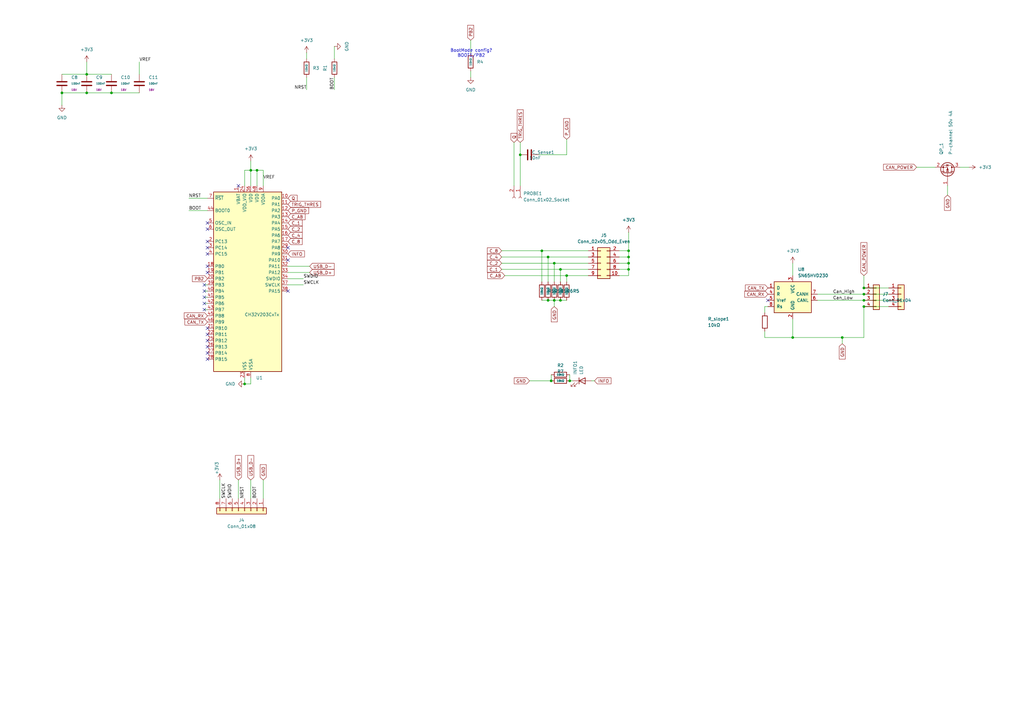
<source format=kicad_sch>
(kicad_sch
	(version 20250114)
	(generator "eeschema")
	(generator_version "9.0")
	(uuid "a6275404-53d1-4c49-9128-131a51db8de5")
	(paper "A3")
	
	(text "BootMode config?\nBOOT1/PB2"
		(exclude_from_sim no)
		(at 193.294 21.844 0)
		(effects
			(font
				(size 1.27 1.27)
			)
		)
		(uuid "88d969dd-8fc1-4466-b151-1ff78b2e2f20")
	)
	(junction
		(at 222.25 102.87)
		(diameter 0)
		(color 0 0 0 0)
		(uuid "037c6055-b127-4be0-b2e7-85b42c84b0ca")
	)
	(junction
		(at 354.33 123.19)
		(diameter 0)
		(color 0 0 0 0)
		(uuid "13ef87f4-a90b-4606-89c6-fae88e227c74")
	)
	(junction
		(at 257.81 110.49)
		(diameter 0)
		(color 0 0 0 0)
		(uuid "1993d62b-04fc-4128-8216-21381b6d7293")
	)
	(junction
		(at 354.33 118.11)
		(diameter 0)
		(color 0 0 0 0)
		(uuid "22e65c42-ec61-4eb3-a317-f0419e46ed84")
	)
	(junction
		(at 45.72 38.1)
		(diameter 0)
		(color 0 0 0 0)
		(uuid "26fbca07-12f9-49c4-8a88-1b9b5a7e535d")
	)
	(junction
		(at 345.44 138.43)
		(diameter 0)
		(color 0 0 0 0)
		(uuid "36f256f8-590d-4cff-abdb-ff85026ef795")
	)
	(junction
		(at 233.68 156.21)
		(diameter 0)
		(color 0 0 0 0)
		(uuid "4eff450f-2016-4c68-8218-a86f1df369a7")
	)
	(junction
		(at 325.12 138.43)
		(diameter 0)
		(color 0 0 0 0)
		(uuid "4f4ffa33-f6e2-475c-82ad-031034c07e3e")
	)
	(junction
		(at 100.33 157.48)
		(diameter 0)
		(color 0 0 0 0)
		(uuid "50f29fff-a780-4e4e-81b1-5b27e328afad")
	)
	(junction
		(at 354.33 120.65)
		(diameter 0)
		(color 0 0 0 0)
		(uuid "53a2440e-1500-4b64-983b-1f249996f2c9")
	)
	(junction
		(at 227.33 107.95)
		(diameter 0)
		(color 0 0 0 0)
		(uuid "5af39b08-1fa1-4ef6-9e7e-707a573875dd")
	)
	(junction
		(at 226.06 156.21)
		(diameter 0)
		(color 0 0 0 0)
		(uuid "60bb3783-1bb8-4f13-8e8c-86a5019c0290")
	)
	(junction
		(at 35.56 30.48)
		(diameter 0)
		(color 0 0 0 0)
		(uuid "6263b53a-9c5d-4429-b8ff-878e2fa14740")
	)
	(junction
		(at 227.33 123.19)
		(diameter 0)
		(color 0 0 0 0)
		(uuid "633ab848-08b1-4bf7-bfb4-42cfde16215b")
	)
	(junction
		(at 25.4 38.1)
		(diameter 0)
		(color 0 0 0 0)
		(uuid "72538abb-e643-408a-a253-2ddfa0412693")
	)
	(junction
		(at 354.33 125.73)
		(diameter 0)
		(color 0 0 0 0)
		(uuid "7d26540b-eaad-47eb-883b-8a6c31246f9a")
	)
	(junction
		(at 229.87 110.49)
		(diameter 0)
		(color 0 0 0 0)
		(uuid "7d56c73c-5d1b-4966-b874-933e09d58ee0")
	)
	(junction
		(at 213.36 63.5)
		(diameter 0)
		(color 0 0 0 0)
		(uuid "903c97f5-2266-45be-88f2-e324546b575d")
	)
	(junction
		(at 35.56 38.1)
		(diameter 0)
		(color 0 0 0 0)
		(uuid "935298ae-b233-48b8-acbd-3f22f49423ca")
	)
	(junction
		(at 229.87 123.19)
		(diameter 0)
		(color 0 0 0 0)
		(uuid "9b1dc824-bea5-4153-b79e-2a44d6b0bc17")
	)
	(junction
		(at 224.79 105.41)
		(diameter 0)
		(color 0 0 0 0)
		(uuid "a94d1e1e-a959-4161-a817-d4f54f6c5880")
	)
	(junction
		(at 224.79 123.19)
		(diameter 0)
		(color 0 0 0 0)
		(uuid "aa1c6640-81a1-479f-836d-1cef498da141")
	)
	(junction
		(at 102.87 69.85)
		(diameter 0)
		(color 0 0 0 0)
		(uuid "c1d0d0f1-cf79-4919-913c-c45471582f32")
	)
	(junction
		(at 257.81 105.41)
		(diameter 0)
		(color 0 0 0 0)
		(uuid "c1fcccfb-4105-4698-b861-fb0d5749f875")
	)
	(junction
		(at 257.81 107.95)
		(diameter 0)
		(color 0 0 0 0)
		(uuid "d8a12f05-6a8a-462a-94fb-38373fd8771c")
	)
	(junction
		(at 105.41 69.85)
		(diameter 0)
		(color 0 0 0 0)
		(uuid "dea72ce7-9698-43e5-945a-51837ca6dbd7")
	)
	(junction
		(at 232.41 113.03)
		(diameter 0)
		(color 0 0 0 0)
		(uuid "e1109188-5cef-4836-8180-df77a9b46442")
	)
	(junction
		(at 257.81 102.87)
		(diameter 0)
		(color 0 0 0 0)
		(uuid "f547f851-74fb-4516-95c1-df6b9922bac7")
	)
	(no_connect
		(at 118.11 101.6)
		(uuid "0803a264-a444-4454-8d9e-2cbf3f2fcf04")
	)
	(no_connect
		(at 85.09 93.98)
		(uuid "097d6840-cbd5-4dd0-b08a-a1897101e777")
	)
	(no_connect
		(at 85.09 111.76)
		(uuid "0a5cab83-de42-45c6-981e-14afd3844a33")
	)
	(no_connect
		(at 85.09 91.44)
		(uuid "12dd68af-3890-4cb5-8114-986ca66cd72d")
	)
	(no_connect
		(at 83.82 116.84)
		(uuid "1530dcb3-8de5-4d26-88f3-e3175cfe78a7")
	)
	(no_connect
		(at 85.09 101.6)
		(uuid "36c0f6a2-5667-4e5b-9e48-73cff0c10d27")
	)
	(no_connect
		(at 85.09 144.78)
		(uuid "3f7912eb-a692-451e-8e1f-ec9546dfba6a")
	)
	(no_connect
		(at 85.09 137.16)
		(uuid "45b34fb8-0cf4-4ace-bb8c-c51beb271511")
	)
	(no_connect
		(at 83.82 121.92)
		(uuid "496b279c-b8c8-4760-8ebf-1241fc058ca5")
	)
	(no_connect
		(at 118.11 106.68)
		(uuid "4cc074bf-974a-4da3-a31e-c7e79d955c3a")
	)
	(no_connect
		(at 85.09 109.22)
		(uuid "4e5190a0-a3f8-41f8-9980-0435237296e9")
	)
	(no_connect
		(at 83.82 127)
		(uuid "58c993b8-1588-4891-a57a-dd1ba91cb06c")
	)
	(no_connect
		(at 85.09 104.14)
		(uuid "65fe80f4-c584-4995-82f7-2f4e44dff3c5")
	)
	(no_connect
		(at 83.82 124.46)
		(uuid "6671b656-55c3-4931-a448-af33383b0f3e")
	)
	(no_connect
		(at 85.09 142.24)
		(uuid "683faf2a-a9f7-4a23-a880-e83d334de64f")
	)
	(no_connect
		(at 314.96 123.19)
		(uuid "6b6d1145-e125-4d89-98ce-f5aa8f207ad5")
	)
	(no_connect
		(at 97.79 76.2)
		(uuid "88899239-7d70-495b-91e8-6ba7dabc6c85")
	)
	(no_connect
		(at 85.09 99.06)
		(uuid "8c283ddb-6c48-4ead-9099-ba8cfbbe445f")
	)
	(no_connect
		(at 83.82 119.38)
		(uuid "ab613e02-fa7f-4296-a591-7e6c1a4b36a5")
	)
	(no_connect
		(at 85.09 134.62)
		(uuid "bb3e9d03-f9c6-4410-b434-87f1c8a51c60")
	)
	(no_connect
		(at 85.09 139.7)
		(uuid "c7aadae7-d09e-4eff-a24a-8579856bfd0e")
	)
	(no_connect
		(at 85.09 147.32)
		(uuid "ef009ce3-8fab-4a18-803a-03db4a6bbc45")
	)
	(no_connect
		(at 118.11 119.38)
		(uuid "ef5caf86-52f3-41ca-9c24-4ea35e916042")
	)
	(wire
		(pts
			(xy 137.16 24.13) (xy 137.16 19.05)
		)
		(stroke
			(width 0)
			(type default)
		)
		(uuid "00a81096-7570-4011-8034-4ab965c19506")
	)
	(wire
		(pts
			(xy 213.36 63.5) (xy 213.36 76.2)
		)
		(stroke
			(width 0)
			(type default)
		)
		(uuid "03d3602e-60b9-4c00-86cf-59242b6f5a33")
	)
	(wire
		(pts
			(xy 354.33 125.73) (xy 364.49 125.73)
		)
		(stroke
			(width 0)
			(type default)
		)
		(uuid "04e7607e-14c1-4445-a4da-943fa2c52146")
	)
	(wire
		(pts
			(xy 325.12 138.43) (xy 345.44 138.43)
		)
		(stroke
			(width 0)
			(type default)
		)
		(uuid "0a4eddfb-7c78-4107-aa73-a145a9ab952d")
	)
	(wire
		(pts
			(xy 35.56 25.4) (xy 35.56 30.48)
		)
		(stroke
			(width 0)
			(type default)
		)
		(uuid "0bac4122-6e78-4bce-94ca-5f4bd7e1886f")
	)
	(wire
		(pts
			(xy 375.92 68.58) (xy 383.54 68.58)
		)
		(stroke
			(width 0)
			(type default)
		)
		(uuid "166887ba-f528-4710-a055-f8f61ba15768")
	)
	(wire
		(pts
			(xy 107.95 196.85) (xy 107.95 204.47)
		)
		(stroke
			(width 0)
			(type default)
		)
		(uuid "17eaec5d-d670-4138-8972-2c7ae4b78692")
	)
	(wire
		(pts
			(xy 220.98 63.5) (xy 232.41 63.5)
		)
		(stroke
			(width 0)
			(type default)
		)
		(uuid "1910b0db-364b-4316-9d2f-4a1acdcb704f")
	)
	(wire
		(pts
			(xy 229.87 123.19) (xy 232.41 123.19)
		)
		(stroke
			(width 0)
			(type default)
		)
		(uuid "1ab112eb-2432-4e9c-b47d-58692c27991e")
	)
	(wire
		(pts
			(xy 118.11 116.84) (xy 124.46 116.84)
		)
		(stroke
			(width 0)
			(type default)
		)
		(uuid "1e131efe-cadc-48a6-a5ea-2bff6dfc010d")
	)
	(wire
		(pts
			(xy 257.81 113.03) (xy 254 113.03)
		)
		(stroke
			(width 0)
			(type default)
		)
		(uuid "1e5ffc30-524a-4b21-aa05-09fba73a1a80")
	)
	(wire
		(pts
			(xy 257.81 102.87) (xy 257.81 105.41)
		)
		(stroke
			(width 0)
			(type default)
		)
		(uuid "1e887b88-81c3-42fb-b6d1-89dd81445394")
	)
	(wire
		(pts
			(xy 97.79 196.85) (xy 97.79 204.47)
		)
		(stroke
			(width 0)
			(type default)
		)
		(uuid "1f0ecd97-d04c-44c8-b8f6-aa59ce295a81")
	)
	(wire
		(pts
			(xy 313.69 135.89) (xy 313.69 138.43)
		)
		(stroke
			(width 0)
			(type default)
		)
		(uuid "234b9e7a-4812-4334-897d-f4ef5ec77611")
	)
	(wire
		(pts
			(xy 254 110.49) (xy 257.81 110.49)
		)
		(stroke
			(width 0)
			(type default)
		)
		(uuid "27c6dc82-58b5-4f70-9f15-20776c999c8c")
	)
	(wire
		(pts
			(xy 313.69 138.43) (xy 325.12 138.43)
		)
		(stroke
			(width 0)
			(type default)
		)
		(uuid "28ee5135-926c-47b8-a197-48fb8827e72d")
	)
	(wire
		(pts
			(xy 257.81 95.25) (xy 257.81 102.87)
		)
		(stroke
			(width 0)
			(type default)
		)
		(uuid "2c396b60-4188-4b80-aab2-2131e9d63c85")
	)
	(wire
		(pts
			(xy 325.12 107.95) (xy 325.12 113.03)
		)
		(stroke
			(width 0)
			(type default)
		)
		(uuid "314609ed-48db-4320-b434-82ff32f3eef2")
	)
	(wire
		(pts
			(xy 224.79 105.41) (xy 224.79 115.57)
		)
		(stroke
			(width 0)
			(type default)
		)
		(uuid "33785e80-2ad8-4509-b58d-45b3e487b001")
	)
	(wire
		(pts
			(xy 254 107.95) (xy 257.81 107.95)
		)
		(stroke
			(width 0)
			(type default)
		)
		(uuid "35b3b2c7-a462-498c-8e78-12f9680bacb8")
	)
	(wire
		(pts
			(xy 207.01 113.03) (xy 232.41 113.03)
		)
		(stroke
			(width 0)
			(type default)
		)
		(uuid "36b758e1-feb4-4e8b-b157-39c2698ec2c3")
	)
	(wire
		(pts
			(xy 354.33 125.73) (xy 354.33 138.43)
		)
		(stroke
			(width 0)
			(type default)
		)
		(uuid "37f97d54-6689-4778-990f-6b81509205fd")
	)
	(wire
		(pts
			(xy 100.33 76.2) (xy 100.33 69.85)
		)
		(stroke
			(width 0)
			(type default)
		)
		(uuid "39c1a2cb-c030-4924-b58a-f4043a021009")
	)
	(wire
		(pts
			(xy 213.36 58.42) (xy 213.36 63.5)
		)
		(stroke
			(width 0)
			(type default)
		)
		(uuid "3b7e734e-116b-4d30-8fd8-255478f1a27e")
	)
	(wire
		(pts
			(xy 102.87 69.85) (xy 105.41 69.85)
		)
		(stroke
			(width 0)
			(type default)
		)
		(uuid "3d8a8799-d129-4890-a71d-e173dd57bb7b")
	)
	(wire
		(pts
			(xy 224.79 123.19) (xy 227.33 123.19)
		)
		(stroke
			(width 0)
			(type default)
		)
		(uuid "3dac6585-83e5-4aad-9145-c2aa13e8852b")
	)
	(wire
		(pts
			(xy 83.82 119.38) (xy 85.09 119.38)
		)
		(stroke
			(width 0)
			(type default)
		)
		(uuid "3e67492c-6a41-477a-b060-6c86bbd7f0c4")
	)
	(wire
		(pts
			(xy 118.11 111.76) (xy 127 111.76)
		)
		(stroke
			(width 0)
			(type default)
		)
		(uuid "42785655-fd74-43fb-bfe2-cb65aa56eec3")
	)
	(wire
		(pts
			(xy 105.41 69.85) (xy 107.95 69.85)
		)
		(stroke
			(width 0)
			(type default)
		)
		(uuid "479620f1-198d-4f41-ab1c-ce56ea59573f")
	)
	(wire
		(pts
			(xy 25.4 38.1) (xy 35.56 38.1)
		)
		(stroke
			(width 0)
			(type default)
		)
		(uuid "4a5c5745-5616-42b7-8fb2-6dadf7bc1300")
	)
	(wire
		(pts
			(xy 102.87 66.04) (xy 102.87 69.85)
		)
		(stroke
			(width 0)
			(type default)
		)
		(uuid "4af76103-cf3f-4693-a1d2-17aba8a8032a")
	)
	(wire
		(pts
			(xy 257.81 110.49) (xy 257.81 113.03)
		)
		(stroke
			(width 0)
			(type default)
		)
		(uuid "4cb9af5f-f218-4dc0-a656-42db756c1a4a")
	)
	(wire
		(pts
			(xy 100.33 157.48) (xy 100.33 154.94)
		)
		(stroke
			(width 0)
			(type default)
		)
		(uuid "4f762ea2-b344-4de6-acd6-bc35bd7a9d4a")
	)
	(wire
		(pts
			(xy 232.41 113.03) (xy 232.41 115.57)
		)
		(stroke
			(width 0)
			(type default)
		)
		(uuid "51a8ae2c-9e03-4716-a836-a0292ee4eb88")
	)
	(wire
		(pts
			(xy 83.82 124.46) (xy 85.09 124.46)
		)
		(stroke
			(width 0)
			(type default)
		)
		(uuid "52e61852-18ca-47c4-a530-65130a699eb1")
	)
	(wire
		(pts
			(xy 335.28 123.19) (xy 354.33 123.19)
		)
		(stroke
			(width 0)
			(type default)
		)
		(uuid "57b597d3-0371-4259-b4bc-5f71acab4579")
	)
	(wire
		(pts
			(xy 354.33 118.11) (xy 354.33 113.03)
		)
		(stroke
			(width 0)
			(type default)
		)
		(uuid "57ddadb9-4070-478c-9a4d-21126b605cea")
	)
	(wire
		(pts
			(xy 232.41 113.03) (xy 241.3 113.03)
		)
		(stroke
			(width 0)
			(type default)
		)
		(uuid "57e64628-349d-4ac0-a40d-911a51296720")
	)
	(wire
		(pts
			(xy 210.82 58.42) (xy 210.82 76.2)
		)
		(stroke
			(width 0)
			(type default)
		)
		(uuid "589f9971-0bef-48d0-b2b9-09a628c09f4f")
	)
	(wire
		(pts
			(xy 77.47 86.36) (xy 85.09 86.36)
		)
		(stroke
			(width 0)
			(type default)
		)
		(uuid "58be6937-18ac-4e7e-8316-0d7aaf5891bd")
	)
	(wire
		(pts
			(xy 205.74 102.87) (xy 222.25 102.87)
		)
		(stroke
			(width 0)
			(type default)
		)
		(uuid "5bb04207-c060-40dd-83a7-d798ff23f794")
	)
	(wire
		(pts
			(xy 193.04 16.51) (xy 193.04 21.59)
		)
		(stroke
			(width 0)
			(type default)
		)
		(uuid "5d5c5a32-0599-44eb-937d-06847a91b545")
	)
	(wire
		(pts
			(xy 257.81 107.95) (xy 257.81 110.49)
		)
		(stroke
			(width 0)
			(type default)
		)
		(uuid "5dcc72dc-1a81-4344-ba3d-6ed1ca4c0d25")
	)
	(wire
		(pts
			(xy 242.57 156.21) (xy 243.84 156.21)
		)
		(stroke
			(width 0)
			(type default)
		)
		(uuid "5df645a9-81a1-49f4-a7bb-2b7381b52af1")
	)
	(wire
		(pts
			(xy 388.62 76.2) (xy 388.62 80.01)
		)
		(stroke
			(width 0)
			(type default)
		)
		(uuid "5e083f67-ea6a-47ef-be00-64fc7d8eb66e")
	)
	(wire
		(pts
			(xy 217.17 156.21) (xy 226.06 156.21)
		)
		(stroke
			(width 0)
			(type default)
		)
		(uuid "5f8244c0-0dec-48c3-b1fb-2c05041ddfe0")
	)
	(wire
		(pts
			(xy 102.87 196.85) (xy 102.87 204.47)
		)
		(stroke
			(width 0)
			(type default)
		)
		(uuid "60a2d30f-5dc3-4a7f-b71b-ffbfdcad607a")
	)
	(wire
		(pts
			(xy 224.79 105.41) (xy 241.3 105.41)
		)
		(stroke
			(width 0)
			(type default)
		)
		(uuid "639c15dc-b8c3-4736-b76d-5ed6e791ec9d")
	)
	(wire
		(pts
			(xy 257.81 105.41) (xy 257.81 107.95)
		)
		(stroke
			(width 0)
			(type default)
		)
		(uuid "642a94d7-aa9f-4374-99a4-2c0086f0ab97")
	)
	(wire
		(pts
			(xy 232.41 57.15) (xy 232.41 63.5)
		)
		(stroke
			(width 0)
			(type default)
		)
		(uuid "689a0d5c-f7a6-4ea3-962a-6c39275109c4")
	)
	(wire
		(pts
			(xy 354.33 118.11) (xy 364.49 118.11)
		)
		(stroke
			(width 0)
			(type default)
		)
		(uuid "6a2ab654-c0de-4720-92fe-a91a9aa27fa3")
	)
	(wire
		(pts
			(xy 105.41 69.85) (xy 105.41 76.2)
		)
		(stroke
			(width 0)
			(type default)
		)
		(uuid "76146ff8-e243-4bd4-8cbc-8713eabdaa30")
	)
	(wire
		(pts
			(xy 226.06 153.67) (xy 226.06 156.21)
		)
		(stroke
			(width 0)
			(type default)
		)
		(uuid "78563043-f06c-41f5-a28e-66775c89d19b")
	)
	(wire
		(pts
			(xy 102.87 154.94) (xy 102.87 157.48)
		)
		(stroke
			(width 0)
			(type default)
		)
		(uuid "79cfa788-0e97-4a1c-aed9-2caa7bef9d7c")
	)
	(wire
		(pts
			(xy 393.7 68.58) (xy 397.51 68.58)
		)
		(stroke
			(width 0)
			(type default)
		)
		(uuid "7e3dcc3c-43e3-4582-b076-af7b324e7c66")
	)
	(wire
		(pts
			(xy 193.04 29.21) (xy 193.04 31.75)
		)
		(stroke
			(width 0)
			(type default)
		)
		(uuid "7f8718d5-fc9a-4d81-934b-d27d526695b5")
	)
	(wire
		(pts
			(xy 345.44 138.43) (xy 345.44 140.97)
		)
		(stroke
			(width 0)
			(type default)
		)
		(uuid "7fba6945-01ac-42f7-8666-46d49627e353")
	)
	(wire
		(pts
			(xy 205.74 107.95) (xy 227.33 107.95)
		)
		(stroke
			(width 0)
			(type default)
		)
		(uuid "8041e453-563a-4fcd-82c4-87c8590e6291")
	)
	(wire
		(pts
			(xy 25.4 30.48) (xy 35.56 30.48)
		)
		(stroke
			(width 0)
			(type default)
		)
		(uuid "82581c94-6943-4b18-a69d-3d95d34d1116")
	)
	(wire
		(pts
			(xy 83.82 116.84) (xy 85.09 116.84)
		)
		(stroke
			(width 0)
			(type default)
		)
		(uuid "83c2fa21-3151-48fd-b737-d0fd14288843")
	)
	(wire
		(pts
			(xy 233.68 156.21) (xy 234.95 156.21)
		)
		(stroke
			(width 0)
			(type default)
		)
		(uuid "83de673b-cf79-437a-a570-a6050614c31a")
	)
	(wire
		(pts
			(xy 325.12 130.81) (xy 325.12 138.43)
		)
		(stroke
			(width 0)
			(type default)
		)
		(uuid "8667a59f-bf6d-4b60-9a95-e5a224d3b1db")
	)
	(wire
		(pts
			(xy 125.73 31.75) (xy 125.73 36.83)
		)
		(stroke
			(width 0)
			(type default)
		)
		(uuid "8ec99dc9-6dc3-42f1-922a-f2330f648202")
	)
	(wire
		(pts
			(xy 229.87 110.49) (xy 241.3 110.49)
		)
		(stroke
			(width 0)
			(type default)
		)
		(uuid "90a4df74-319e-4101-bcd2-22b6f70cca56")
	)
	(wire
		(pts
			(xy 83.82 127) (xy 85.09 127)
		)
		(stroke
			(width 0)
			(type default)
		)
		(uuid "92ac6b23-4604-4bcd-b64d-a67464add326")
	)
	(wire
		(pts
			(xy 222.25 102.87) (xy 241.3 102.87)
		)
		(stroke
			(width 0)
			(type default)
		)
		(uuid "946e5ab8-213d-4ed5-9894-2149d47f66bd")
	)
	(wire
		(pts
			(xy 137.16 36.83) (xy 137.16 31.75)
		)
		(stroke
			(width 0)
			(type default)
		)
		(uuid "96399be1-a3df-434b-8818-7dcbd945b94e")
	)
	(wire
		(pts
			(xy 83.82 121.92) (xy 85.09 121.92)
		)
		(stroke
			(width 0)
			(type default)
		)
		(uuid "9657a067-8634-4c09-8cbb-60b7b4d9b7f1")
	)
	(wire
		(pts
			(xy 345.44 138.43) (xy 354.33 138.43)
		)
		(stroke
			(width 0)
			(type default)
		)
		(uuid "972563aa-985c-4957-896a-a35e76671630")
	)
	(wire
		(pts
			(xy 354.33 123.19) (xy 364.49 123.19)
		)
		(stroke
			(width 0)
			(type default)
		)
		(uuid "9db7e7a5-dcd9-488a-abb0-3b3a0c75792c")
	)
	(wire
		(pts
			(xy 57.15 25.4) (xy 57.15 30.48)
		)
		(stroke
			(width 0)
			(type default)
		)
		(uuid "a290513f-d884-4b29-bf4b-ad0cc7747790")
	)
	(wire
		(pts
			(xy 227.33 123.19) (xy 227.33 125.73)
		)
		(stroke
			(width 0)
			(type default)
		)
		(uuid "a2b4e584-b311-4589-a95d-39b46c6f0bc8")
	)
	(wire
		(pts
			(xy 227.33 123.19) (xy 229.87 123.19)
		)
		(stroke
			(width 0)
			(type default)
		)
		(uuid "a32b5124-2f09-4da7-bb5e-cadda3b3a2cf")
	)
	(wire
		(pts
			(xy 102.87 76.2) (xy 102.87 69.85)
		)
		(stroke
			(width 0)
			(type default)
		)
		(uuid "a3d7cbcd-31e0-4b50-9510-a1562016497e")
	)
	(wire
		(pts
			(xy 100.33 69.85) (xy 102.87 69.85)
		)
		(stroke
			(width 0)
			(type default)
		)
		(uuid "a980139e-03fe-4fa9-84ed-c906f1fb0b5b")
	)
	(wire
		(pts
			(xy 227.33 107.95) (xy 241.3 107.95)
		)
		(stroke
			(width 0)
			(type default)
		)
		(uuid "ab398d7a-aa5a-4d22-887c-324ea34067c4")
	)
	(wire
		(pts
			(xy 35.56 38.1) (xy 45.72 38.1)
		)
		(stroke
			(width 0)
			(type default)
		)
		(uuid "ad1b1f7f-390d-4a51-93fb-bfdf4256aacd")
	)
	(wire
		(pts
			(xy 227.33 107.95) (xy 227.33 115.57)
		)
		(stroke
			(width 0)
			(type default)
		)
		(uuid "adb7be71-660d-46bf-bc4b-1b3cb855f8e0")
	)
	(wire
		(pts
			(xy 222.25 123.19) (xy 224.79 123.19)
		)
		(stroke
			(width 0)
			(type default)
		)
		(uuid "b4b0bdc3-cbaa-469b-8843-dfdbf9b5eae8")
	)
	(wire
		(pts
			(xy 233.68 153.67) (xy 233.68 156.21)
		)
		(stroke
			(width 0)
			(type default)
		)
		(uuid "b7e78061-d4fa-4958-8342-16880fb0ea2c")
	)
	(wire
		(pts
			(xy 205.74 110.49) (xy 229.87 110.49)
		)
		(stroke
			(width 0)
			(type default)
		)
		(uuid "b990eee3-6048-472c-9317-11d003501717")
	)
	(wire
		(pts
			(xy 254 102.87) (xy 257.81 102.87)
		)
		(stroke
			(width 0)
			(type default)
		)
		(uuid "bb86ecb2-5e23-4c77-8668-45fd582c8f65")
	)
	(wire
		(pts
			(xy 354.33 120.65) (xy 364.49 120.65)
		)
		(stroke
			(width 0)
			(type default)
		)
		(uuid "bd4c6cd5-a535-44b2-85de-15f05167ba9e")
	)
	(wire
		(pts
			(xy 314.96 125.73) (xy 313.69 125.73)
		)
		(stroke
			(width 0)
			(type default)
		)
		(uuid "bfee4961-94a1-482b-af82-8dd227eae533")
	)
	(wire
		(pts
			(xy 222.25 115.57) (xy 222.25 102.87)
		)
		(stroke
			(width 0)
			(type default)
		)
		(uuid "c0722e0d-be8f-497a-81ef-e51b53fec7c7")
	)
	(wire
		(pts
			(xy 125.73 21.59) (xy 125.73 24.13)
		)
		(stroke
			(width 0)
			(type default)
		)
		(uuid "c1e861ac-4b6f-4402-a9a3-de74994a2ff5")
	)
	(wire
		(pts
			(xy 107.95 69.85) (xy 107.95 76.2)
		)
		(stroke
			(width 0)
			(type default)
		)
		(uuid "c464aa57-3d53-46a1-aef6-ef5fa6bd0554")
	)
	(wire
		(pts
			(xy 229.87 110.49) (xy 229.87 115.57)
		)
		(stroke
			(width 0)
			(type default)
		)
		(uuid "c6a7f78d-37c1-4204-a62d-2979d614c842")
	)
	(wire
		(pts
			(xy 25.4 38.1) (xy 25.4 43.18)
		)
		(stroke
			(width 0)
			(type default)
		)
		(uuid "c7a00e68-65cf-4cc8-ab80-d05e04bf5dff")
	)
	(wire
		(pts
			(xy 335.28 120.65) (xy 354.33 120.65)
		)
		(stroke
			(width 0)
			(type default)
		)
		(uuid "c82c898e-4d51-4777-9fd2-2f0bd1aaf21a")
	)
	(wire
		(pts
			(xy 45.72 38.1) (xy 57.15 38.1)
		)
		(stroke
			(width 0)
			(type default)
		)
		(uuid "d1989217-8b8a-4267-8ccf-1b542c4aa302")
	)
	(wire
		(pts
			(xy 90.17 196.85) (xy 90.17 204.47)
		)
		(stroke
			(width 0)
			(type default)
		)
		(uuid "dd3435ff-ddae-42f5-902b-73631fa558ff")
	)
	(wire
		(pts
			(xy 35.56 30.48) (xy 45.72 30.48)
		)
		(stroke
			(width 0)
			(type default)
		)
		(uuid "e21ee5cc-8191-4cd7-994b-fc14e7473516")
	)
	(wire
		(pts
			(xy 254 105.41) (xy 257.81 105.41)
		)
		(stroke
			(width 0)
			(type default)
		)
		(uuid "e7c50d97-df58-43f8-a264-80b1f4f86e80")
	)
	(wire
		(pts
			(xy 205.74 105.41) (xy 224.79 105.41)
		)
		(stroke
			(width 0)
			(type default)
		)
		(uuid "e85800ea-5de1-4601-b290-14d8a5aec4f8")
	)
	(wire
		(pts
			(xy 102.87 157.48) (xy 100.33 157.48)
		)
		(stroke
			(width 0)
			(type default)
		)
		(uuid "f3a3ed6e-7e5c-47ad-9e9c-9e5698b96cc2")
	)
	(wire
		(pts
			(xy 77.47 81.28) (xy 85.09 81.28)
		)
		(stroke
			(width 0)
			(type default)
		)
		(uuid "f3c76f54-9305-48e3-827a-eb2551735c1b")
	)
	(wire
		(pts
			(xy 118.11 114.3) (xy 124.46 114.3)
		)
		(stroke
			(width 0)
			(type default)
		)
		(uuid "f766b02c-a78f-4234-be15-79771cd90471")
	)
	(wire
		(pts
			(xy 313.69 125.73) (xy 313.69 128.27)
		)
		(stroke
			(width 0)
			(type default)
		)
		(uuid "f7d6eac1-2baa-4b44-bc96-4fbc2d923a56")
	)
	(wire
		(pts
			(xy 118.11 109.22) (xy 127 109.22)
		)
		(stroke
			(width 0)
			(type default)
		)
		(uuid "f84497e4-01f6-4969-b3e7-d11ca044d11f")
	)
	(label "BOOT"
		(at 137.16 36.83 90)
		(effects
			(font
				(size 1.27 1.27)
			)
			(justify left bottom)
		)
		(uuid "01f50433-448f-4194-9a85-762ae260b247")
	)
	(label "NRST"
		(at 77.47 81.28 0)
		(effects
			(font
				(size 1.27 1.27)
			)
			(justify left bottom)
		)
		(uuid "1cd47147-78c6-4a63-b044-ec499ab0cf1a")
	)
	(label "VREF"
		(at 107.95 73.66 0)
		(effects
			(font
				(size 1.27 1.27)
			)
			(justify left bottom)
		)
		(uuid "2003a0c1-ee45-4e50-88f8-ff467134fb2b")
	)
	(label "NRST"
		(at 100.33 204.47 90)
		(effects
			(font
				(size 1.27 1.27)
			)
			(justify left bottom)
		)
		(uuid "2da52c71-2096-4f17-a506-fee0c871d67c")
	)
	(label "Can_Low"
		(at 341.63 123.19 0)
		(effects
			(font
				(size 1.27 1.27)
			)
			(justify left bottom)
		)
		(uuid "497db742-f725-46d5-b6e1-a2994f914768")
	)
	(label "SWCLK"
		(at 92.71 204.47 90)
		(effects
			(font
				(size 1.27 1.27)
			)
			(justify left bottom)
		)
		(uuid "50d8da3b-b510-4ca3-8747-cdf3402a29a2")
	)
	(label "SWCLK"
		(at 124.46 116.84 0)
		(effects
			(font
				(size 1.27 1.27)
			)
			(justify left bottom)
		)
		(uuid "5b70b492-8e72-4092-a87f-58da3d162ab1")
	)
	(label "BOOT"
		(at 77.47 86.36 0)
		(effects
			(font
				(size 1.27 1.27)
			)
			(justify left bottom)
		)
		(uuid "694b599a-f6cd-479c-a4c9-33c7a0fa0ad7")
	)
	(label "SWDIO"
		(at 124.46 114.3 0)
		(effects
			(font
				(size 1.27 1.27)
			)
			(justify left bottom)
		)
		(uuid "86aed064-e468-4962-b4ef-463a2c885b64")
	)
	(label "SWDIO"
		(at 95.25 204.47 90)
		(effects
			(font
				(size 1.27 1.27)
			)
			(justify left bottom)
		)
		(uuid "8f0c2727-22ae-4465-8426-bbdfad91b607")
	)
	(label "BOOT"
		(at 105.41 204.47 90)
		(effects
			(font
				(size 1.27 1.27)
			)
			(justify left bottom)
		)
		(uuid "a32db02f-eb48-42e4-8e4a-d5b5c535ca73")
	)
	(label "VREF"
		(at 57.15 25.4 0)
		(effects
			(font
				(size 1.27 1.27)
			)
			(justify left bottom)
		)
		(uuid "a6c100c5-e4d3-4cc2-b402-79c3fbbc455e")
	)
	(label "NRST"
		(at 125.73 36.83 180)
		(effects
			(font
				(size 1.27 1.27)
			)
			(justify right bottom)
		)
		(uuid "c5d777ea-a2c8-4b5f-a8e5-82c97408dbcb")
	)
	(label "Can_High"
		(at 341.63 120.65 0)
		(effects
			(font
				(size 1.27 1.27)
			)
			(justify left bottom)
		)
		(uuid "d934deb7-d57b-4631-91bf-33967497bb06")
	)
	(global_label "GND"
		(shape input)
		(at 217.17 156.21 180)
		(fields_autoplaced yes)
		(effects
			(font
				(size 1.27 1.27)
			)
			(justify right)
		)
		(uuid "00a75fbf-20ab-492c-ac07-50c2deb08fc6")
		(property "Intersheetrefs" "${INTERSHEET_REFS}"
			(at 210.3143 156.21 0)
			(effects
				(font
					(size 1.27 1.27)
				)
				(justify right)
				(hide yes)
			)
		)
	)
	(global_label "Q"
		(shape input)
		(at 118.11 81.28 0)
		(fields_autoplaced yes)
		(effects
			(font
				(size 1.27 1.27)
			)
			(justify left)
		)
		(uuid "0312ea8d-7919-45ca-8251-cfa83c5c37f5")
		(property "Intersheetrefs" "${INTERSHEET_REFS}"
			(at 122.4257 81.28 0)
			(effects
				(font
					(size 1.27 1.27)
				)
				(justify left)
				(hide yes)
			)
		)
	)
	(global_label "USB_D-"
		(shape input)
		(at 127 109.22 0)
		(fields_autoplaced yes)
		(effects
			(font
				(size 1.27 1.27)
			)
			(justify left)
		)
		(uuid "05bcc619-5ea9-4bc3-8900-26c8e5478d36")
		(property "Intersheetrefs" "${INTERSHEET_REFS}"
			(at 137.6052 109.22 0)
			(effects
				(font
					(size 1.27 1.27)
				)
				(justify left)
				(hide yes)
			)
		)
	)
	(global_label "P_GND"
		(shape input)
		(at 232.41 57.15 90)
		(fields_autoplaced yes)
		(effects
			(font
				(size 1.27 1.27)
			)
			(justify left)
		)
		(uuid "07f35dad-f3a9-4b2a-b974-d8b592649faf")
		(property "Intersheetrefs" "${INTERSHEET_REFS}"
			(at 232.41 48.0567 90)
			(effects
				(font
					(size 1.27 1.27)
				)
				(justify left)
				(hide yes)
			)
		)
	)
	(global_label "INFO"
		(shape input)
		(at 118.11 104.14 0)
		(fields_autoplaced yes)
		(effects
			(font
				(size 1.27 1.27)
			)
			(justify left)
		)
		(uuid "0a2b69e9-c8f0-42ec-92c4-27a502b7b5d4")
		(property "Intersheetrefs" "${INTERSHEET_REFS}"
			(at 125.4496 104.14 0)
			(effects
				(font
					(size 1.27 1.27)
				)
				(justify left)
				(hide yes)
			)
		)
	)
	(global_label "C_AB"
		(shape input)
		(at 118.11 88.9 0)
		(fields_autoplaced yes)
		(effects
			(font
				(size 1.27 1.27)
			)
			(justify left)
		)
		(uuid "0f2b2540-691f-4d35-96be-fd6fae04e149")
		(property "Intersheetrefs" "${INTERSHEET_REFS}"
			(at 125.6914 88.9 0)
			(effects
				(font
					(size 1.27 1.27)
				)
				(justify left)
				(hide yes)
			)
		)
	)
	(global_label "C_2"
		(shape input)
		(at 205.74 107.95 180)
		(fields_autoplaced yes)
		(effects
			(font
				(size 1.27 1.27)
			)
			(justify right)
		)
		(uuid "2e75d460-b8b7-4fde-b158-269294a0a520")
		(property "Intersheetrefs" "${INTERSHEET_REFS}"
			(at 199.3077 107.95 0)
			(effects
				(font
					(size 1.27 1.27)
				)
				(justify right)
				(hide yes)
			)
		)
	)
	(global_label "PB2"
		(shape input)
		(at 193.04 16.51 90)
		(fields_autoplaced yes)
		(effects
			(font
				(size 1.27 1.27)
			)
			(justify left)
		)
		(uuid "3146ec45-2090-4d2e-933b-cf2b5e48ad17")
		(property "Intersheetrefs" "${INTERSHEET_REFS}"
			(at 193.04 9.7753 90)
			(effects
				(font
					(size 1.27 1.27)
				)
				(justify left)
				(hide yes)
			)
		)
	)
	(global_label "CAN_RX"
		(shape input)
		(at 314.96 120.65 180)
		(fields_autoplaced yes)
		(effects
			(font
				(size 1.27 1.27)
			)
			(justify right)
		)
		(uuid "32e318e0-39a3-4fd0-a6e2-a9d28de1990d")
		(property "Intersheetrefs" "${INTERSHEET_REFS}"
			(at 305.4928 120.65 0)
			(effects
				(font
					(size 1.27 1.27)
				)
				(justify right)
				(hide yes)
			)
		)
	)
	(global_label "C_AB"
		(shape input)
		(at 207.01 113.03 180)
		(fields_autoplaced yes)
		(effects
			(font
				(size 1.27 1.27)
			)
			(justify right)
		)
		(uuid "355078bf-52e1-4102-836d-95ccc12b6dd5")
		(property "Intersheetrefs" "${INTERSHEET_REFS}"
			(at 199.4286 113.03 0)
			(effects
				(font
					(size 1.27 1.27)
				)
				(justify right)
				(hide yes)
			)
		)
	)
	(global_label "CAN_TX"
		(shape input)
		(at 314.96 118.11 180)
		(fields_autoplaced yes)
		(effects
			(font
				(size 1.27 1.27)
			)
			(justify right)
		)
		(uuid "3800c09b-2bb4-454a-a557-e3efbfd7a373")
		(property "Intersheetrefs" "${INTERSHEET_REFS}"
			(at 305.7952 118.11 0)
			(effects
				(font
					(size 1.27 1.27)
				)
				(justify right)
				(hide yes)
			)
		)
	)
	(global_label "GND"
		(shape input)
		(at 227.33 125.73 270)
		(fields_autoplaced yes)
		(effects
			(font
				(size 1.27 1.27)
			)
			(justify right)
		)
		(uuid "4c1fcfe8-0c9b-4be7-b2d7-8f2b2a2ec28b")
		(property "Intersheetrefs" "${INTERSHEET_REFS}"
			(at 227.33 132.5857 90)
			(effects
				(font
					(size 1.27 1.27)
				)
				(justify right)
				(hide yes)
			)
		)
	)
	(global_label "C_2"
		(shape input)
		(at 118.11 93.98 0)
		(fields_autoplaced yes)
		(effects
			(font
				(size 1.27 1.27)
			)
			(justify left)
		)
		(uuid "51e42c78-b76e-4526-8aa3-77b1b7cc6d1b")
		(property "Intersheetrefs" "${INTERSHEET_REFS}"
			(at 124.5423 93.98 0)
			(effects
				(font
					(size 1.27 1.27)
				)
				(justify left)
				(hide yes)
			)
		)
	)
	(global_label "USB_D-"
		(shape input)
		(at 102.87 196.85 90)
		(fields_autoplaced yes)
		(effects
			(font
				(size 1.27 1.27)
			)
			(justify left)
		)
		(uuid "53642469-c7ad-4bb1-8c3f-994b520f982b")
		(property "Intersheetrefs" "${INTERSHEET_REFS}"
			(at 102.87 186.2448 90)
			(effects
				(font
					(size 1.27 1.27)
				)
				(justify left)
				(hide yes)
			)
		)
	)
	(global_label "C_8"
		(shape input)
		(at 118.11 99.06 0)
		(fields_autoplaced yes)
		(effects
			(font
				(size 1.27 1.27)
			)
			(justify left)
		)
		(uuid "54b5114c-d801-46c0-8a8c-87462e380615")
		(property "Intersheetrefs" "${INTERSHEET_REFS}"
			(at 124.5423 99.06 0)
			(effects
				(font
					(size 1.27 1.27)
				)
				(justify left)
				(hide yes)
			)
		)
	)
	(global_label "TRIG_THRES"
		(shape input)
		(at 118.11 83.82 0)
		(fields_autoplaced yes)
		(effects
			(font
				(size 1.27 1.27)
			)
			(justify left)
		)
		(uuid "695f7f5f-3ce4-446a-9cf6-5f76b143859c")
		(property "Intersheetrefs" "${INTERSHEET_REFS}"
			(at 132.1018 83.82 0)
			(effects
				(font
					(size 1.27 1.27)
				)
				(justify left)
				(hide yes)
			)
		)
	)
	(global_label "C_1"
		(shape input)
		(at 205.74 110.49 180)
		(fields_autoplaced yes)
		(effects
			(font
				(size 1.27 1.27)
			)
			(justify right)
		)
		(uuid "72573df5-8275-4e52-9552-280ef37c7e07")
		(property "Intersheetrefs" "${INTERSHEET_REFS}"
			(at 199.3077 110.49 0)
			(effects
				(font
					(size 1.27 1.27)
				)
				(justify right)
				(hide yes)
			)
		)
	)
	(global_label "GND"
		(shape input)
		(at 107.95 196.85 90)
		(fields_autoplaced yes)
		(effects
			(font
				(size 1.27 1.27)
			)
			(justify left)
		)
		(uuid "750e2440-d44e-429b-89cd-824f3e6707a3")
		(property "Intersheetrefs" "${INTERSHEET_REFS}"
			(at 107.95 189.9943 90)
			(effects
				(font
					(size 1.27 1.27)
				)
				(justify left)
				(hide yes)
			)
		)
	)
	(global_label "P_GND"
		(shape input)
		(at 118.11 86.36 0)
		(fields_autoplaced yes)
		(effects
			(font
				(size 1.27 1.27)
			)
			(justify left)
		)
		(uuid "75ccc8e7-4cc0-4c36-b010-f2e03213e378")
		(property "Intersheetrefs" "${INTERSHEET_REFS}"
			(at 127.2033 86.36 0)
			(effects
				(font
					(size 1.27 1.27)
				)
				(justify left)
				(hide yes)
			)
		)
	)
	(global_label "USB_D+"
		(shape input)
		(at 97.79 196.85 90)
		(fields_autoplaced yes)
		(effects
			(font
				(size 1.27 1.27)
			)
			(justify left)
		)
		(uuid "76627578-7e89-4205-8ba7-d3c770b938fd")
		(property "Intersheetrefs" "${INTERSHEET_REFS}"
			(at 97.79 186.2448 90)
			(effects
				(font
					(size 1.27 1.27)
				)
				(justify left)
				(hide yes)
			)
		)
	)
	(global_label "CAN_POWER"
		(shape input)
		(at 354.33 113.03 90)
		(fields_autoplaced yes)
		(effects
			(font
				(size 1.27 1.27)
			)
			(justify left)
		)
		(uuid "7900a353-342c-4f30-9a77-ed2ad6e2732b")
		(property "Intersheetrefs" "${INTERSHEET_REFS}"
			(at 354.33 98.9172 90)
			(effects
				(font
					(size 1.27 1.27)
				)
				(justify left)
				(hide yes)
			)
		)
	)
	(global_label "C_1"
		(shape input)
		(at 118.11 91.44 0)
		(fields_autoplaced yes)
		(effects
			(font
				(size 1.27 1.27)
			)
			(justify left)
		)
		(uuid "7ddab377-5946-4fe2-8dad-a0bc1946c1d3")
		(property "Intersheetrefs" "${INTERSHEET_REFS}"
			(at 124.5423 91.44 0)
			(effects
				(font
					(size 1.27 1.27)
				)
				(justify left)
				(hide yes)
			)
		)
	)
	(global_label "CAN_TX"
		(shape input)
		(at 85.09 132.08 180)
		(fields_autoplaced yes)
		(effects
			(font
				(size 1.27 1.27)
			)
			(justify right)
		)
		(uuid "92c74028-4b44-4111-93f8-a0e653bead8f")
		(property "Intersheetrefs" "${INTERSHEET_REFS}"
			(at 75.271 132.08 0)
			(effects
				(font
					(size 1.27 1.27)
				)
				(justify right)
				(hide yes)
			)
		)
	)
	(global_label "CAN_POWER"
		(shape input)
		(at 375.92 68.58 180)
		(fields_autoplaced yes)
		(effects
			(font
				(size 1.27 1.27)
			)
			(justify right)
		)
		(uuid "b0040b11-22c1-410a-a00f-f1d5c1aa6f6a")
		(property "Intersheetrefs" "${INTERSHEET_REFS}"
			(at 361.8072 68.58 0)
			(effects
				(font
					(size 1.27 1.27)
				)
				(justify right)
				(hide yes)
			)
		)
	)
	(global_label "TRIG_THRES"
		(shape input)
		(at 213.36 58.42 90)
		(fields_autoplaced yes)
		(effects
			(font
				(size 1.27 1.27)
			)
			(justify left)
		)
		(uuid "b6782b80-a600-4b47-bcb0-d1e85c89c554")
		(property "Intersheetrefs" "${INTERSHEET_REFS}"
			(at 213.36 44.4282 90)
			(effects
				(font
					(size 1.27 1.27)
				)
				(justify left)
				(hide yes)
			)
		)
	)
	(global_label "CAN_RX"
		(shape input)
		(at 85.09 129.54 180)
		(fields_autoplaced yes)
		(effects
			(font
				(size 1.27 1.27)
			)
			(justify right)
		)
		(uuid "bbd71508-36c3-4743-a51c-944abe42cd54")
		(property "Intersheetrefs" "${INTERSHEET_REFS}"
			(at 74.9686 129.54 0)
			(effects
				(font
					(size 1.27 1.27)
				)
				(justify right)
				(hide yes)
			)
		)
	)
	(global_label "Q"
		(shape input)
		(at 210.82 58.42 90)
		(fields_autoplaced yes)
		(effects
			(font
				(size 1.27 1.27)
			)
			(justify left)
		)
		(uuid "be5e6134-e14b-4d03-ac29-361a579e88a4")
		(property "Intersheetrefs" "${INTERSHEET_REFS}"
			(at 210.82 54.1043 90)
			(effects
				(font
					(size 1.27 1.27)
				)
				(justify left)
				(hide yes)
			)
		)
	)
	(global_label "GND"
		(shape input)
		(at 388.62 80.01 270)
		(fields_autoplaced yes)
		(effects
			(font
				(size 1.27 1.27)
			)
			(justify right)
		)
		(uuid "cde251a3-ecf3-451e-af9a-feb61ba6bf7b")
		(property "Intersheetrefs" "${INTERSHEET_REFS}"
			(at 388.62 86.8657 90)
			(effects
				(font
					(size 1.27 1.27)
				)
				(justify right)
				(hide yes)
			)
		)
	)
	(global_label "USB_D+"
		(shape input)
		(at 127 111.76 0)
		(fields_autoplaced yes)
		(effects
			(font
				(size 1.27 1.27)
			)
			(justify left)
		)
		(uuid "ce9fcd64-3081-4bdd-a0d4-64e246f1afa4")
		(property "Intersheetrefs" "${INTERSHEET_REFS}"
			(at 137.6052 111.76 0)
			(effects
				(font
					(size 1.27 1.27)
				)
				(justify left)
				(hide yes)
			)
		)
	)
	(global_label "C_8"
		(shape input)
		(at 205.74 102.87 180)
		(fields_autoplaced yes)
		(effects
			(font
				(size 1.27 1.27)
			)
			(justify right)
		)
		(uuid "d616c7c0-4730-4ed4-911c-c44518cd7dbd")
		(property "Intersheetrefs" "${INTERSHEET_REFS}"
			(at 199.3077 102.87 0)
			(effects
				(font
					(size 1.27 1.27)
				)
				(justify right)
				(hide yes)
			)
		)
	)
	(global_label "INFO"
		(shape input)
		(at 243.84 156.21 0)
		(fields_autoplaced yes)
		(effects
			(font
				(size 1.27 1.27)
			)
			(justify left)
		)
		(uuid "e7b2c6bd-8005-4a04-a370-50da50cbd0e4")
		(property "Intersheetrefs" "${INTERSHEET_REFS}"
			(at 251.1796 156.21 0)
			(effects
				(font
					(size 1.27 1.27)
				)
				(justify left)
				(hide yes)
			)
		)
	)
	(global_label "C_4"
		(shape input)
		(at 118.11 96.52 0)
		(fields_autoplaced yes)
		(effects
			(font
				(size 1.27 1.27)
			)
			(justify left)
		)
		(uuid "e99f32b6-317b-45dc-a70d-ebc8f32abbef")
		(property "Intersheetrefs" "${INTERSHEET_REFS}"
			(at 124.5423 96.52 0)
			(effects
				(font
					(size 1.27 1.27)
				)
				(justify left)
				(hide yes)
			)
		)
	)
	(global_label "GND"
		(shape input)
		(at 345.44 140.97 270)
		(fields_autoplaced yes)
		(effects
			(font
				(size 1.27 1.27)
			)
			(justify right)
		)
		(uuid "ea140a65-4299-4d06-8163-a2536a72b39e")
		(property "Intersheetrefs" "${INTERSHEET_REFS}"
			(at 345.44 147.8257 90)
			(effects
				(font
					(size 1.27 1.27)
				)
				(justify right)
				(hide yes)
			)
		)
	)
	(global_label "PB2"
		(shape input)
		(at 85.09 114.3 180)
		(fields_autoplaced yes)
		(effects
			(font
				(size 1.27 1.27)
			)
			(justify right)
		)
		(uuid "ecac06cc-a222-454f-b17b-105a2403f9e5")
		(property "Intersheetrefs" "${INTERSHEET_REFS}"
			(at 78.3553 114.3 0)
			(effects
				(font
					(size 1.27 1.27)
				)
				(justify right)
				(hide yes)
			)
		)
	)
	(global_label "C_4"
		(shape input)
		(at 205.74 105.41 180)
		(fields_autoplaced yes)
		(effects
			(font
				(size 1.27 1.27)
			)
			(justify right)
		)
		(uuid "f074b13a-3be2-4774-a043-8c10e513c4e4")
		(property "Intersheetrefs" "${INTERSHEET_REFS}"
			(at 199.3077 105.41 0)
			(effects
				(font
					(size 1.27 1.27)
				)
				(justify right)
				(hide yes)
			)
		)
	)
	(symbol
		(lib_id "Device:R")
		(at 313.69 132.08 180)
		(unit 1)
		(exclude_from_sim no)
		(in_bom yes)
		(on_board yes)
		(dnp no)
		(uuid "221e18d9-7238-4a4d-865e-50eeb20ab7f4")
		(property "Reference" "R_slope1"
			(at 290.322 130.81 0)
			(effects
				(font
					(size 1.27 1.27)
				)
				(justify right)
			)
		)
		(property "Value" "10kΩ"
			(at 290.322 133.35 0)
			(effects
				(font
					(size 1.27 1.27)
				)
				(justify right)
			)
		)
		(property "Footprint" "Resistor_SMD:R_0603_1608Metric"
			(at 315.468 132.08 90)
			(effects
				(font
					(size 1.27 1.27)
				)
				(hide yes)
			)
		)
		(property "Datasheet" "~"
			(at 313.69 132.08 0)
			(effects
				(font
					(size 1.27 1.27)
				)
				(hide yes)
			)
		)
		(property "Description" "Resistor"
			(at 313.69 132.08 0)
			(effects
				(font
					(size 1.27 1.27)
				)
				(hide yes)
			)
		)
		(property "Actuator Style" ""
			(at 313.69 132.08 0)
			(effects
				(font
					(size 1.27 1.27)
				)
				(hide yes)
			)
		)
		(property "Actuator/Cap Color" ""
			(at 313.69 132.08 0)
			(effects
				(font
					(size 1.27 1.27)
				)
				(hide yes)
			)
		)
		(property "Circuit" ""
			(at 313.69 132.08 0)
			(effects
				(font
					(size 1.27 1.27)
				)
				(hide yes)
			)
		)
		(property "Contact Current" ""
			(at 313.69 132.08 0)
			(effects
				(font
					(size 1.27 1.27)
				)
				(hide yes)
			)
		)
		(property "Insulation Resistance" ""
			(at 313.69 132.08 0)
			(effects
				(font
					(size 1.27 1.27)
				)
				(hide yes)
			)
		)
		(property "Mechanical Life" ""
			(at 313.69 132.08 0)
			(effects
				(font
					(size 1.27 1.27)
				)
				(hide yes)
			)
		)
		(property "Mounting Style" ""
			(at 313.69 132.08 0)
			(effects
				(font
					(size 1.27 1.27)
				)
				(hide yes)
			)
		)
		(property "Operating Force" ""
			(at 313.69 132.08 0)
			(effects
				(font
					(size 1.27 1.27)
				)
				(hide yes)
			)
		)
		(property "Operating Temperature" ""
			(at 313.69 132.08 0)
			(effects
				(font
					(size 1.27 1.27)
				)
				(hide yes)
			)
		)
		(property "Pin Style" ""
			(at 313.69 132.08 0)
			(effects
				(font
					(size 1.27 1.27)
				)
				(hide yes)
			)
		)
		(property "Strike Gundam" ""
			(at 313.69 132.08 0)
			(effects
				(font
					(size 1.27 1.27)
				)
				(hide yes)
			)
		)
		(property "Switch Height" ""
			(at 313.69 132.08 0)
			(effects
				(font
					(size 1.27 1.27)
				)
				(hide yes)
			)
		)
		(property "Switch Length" ""
			(at 313.69 132.08 0)
			(effects
				(font
					(size 1.27 1.27)
				)
				(hide yes)
			)
		)
		(property "Switch Width" ""
			(at 313.69 132.08 0)
			(effects
				(font
					(size 1.27 1.27)
				)
				(hide yes)
			)
		)
		(property "Voltage Rating (Dc)" ""
			(at 313.69 132.08 0)
			(effects
				(font
					(size 1.27 1.27)
				)
				(hide yes)
			)
		)
		(property "With Lamp" ""
			(at 313.69 132.08 0)
			(effects
				(font
					(size 1.27 1.27)
				)
				(hide yes)
			)
		)
		(property "Diode Configuration" ""
			(at 313.69 132.08 0)
			(effects
				(font
					(size 1.27 1.27)
				)
				(hide yes)
			)
		)
		(property "Forward Voltage (Vf@If)" ""
			(at 313.69 132.08 0)
			(effects
				(font
					(size 1.27 1.27)
				)
				(hide yes)
			)
		)
		(property "Rectified Current" ""
			(at 313.69 132.08 0)
			(effects
				(font
					(size 1.27 1.27)
				)
				(hide yes)
			)
		)
		(property "Reverse Leakage Current" ""
			(at 313.69 132.08 0)
			(effects
				(font
					(size 1.27 1.27)
				)
				(hide yes)
			)
		)
		(property "Reverse Voltage (Vr)" ""
			(at 313.69 132.08 0)
			(effects
				(font
					(size 1.27 1.27)
				)
				(hide yes)
			)
		)
		(property "Sim.Device" ""
			(at 313.69 132.08 0)
			(effects
				(font
					(size 1.27 1.27)
				)
				(hide yes)
			)
		)
		(property "Sim.Type" ""
			(at 313.69 132.08 0)
			(effects
				(font
					(size 1.27 1.27)
				)
				(hide yes)
			)
		)
		(pin "1"
			(uuid "ba978e5b-9005-4363-82f8-0d1763e092fc")
		)
		(pin "2"
			(uuid "b195e1f0-fcca-4bd2-b677-c3a64ca84ab6")
		)
		(instances
			(project "sensor"
				(path "/a6275404-53d1-4c49-9128-131a51db8de5"
					(reference "R_slope1")
					(unit 1)
				)
			)
		)
	)
	(symbol
		(lib_id "power:GND")
		(at 137.16 19.05 90)
		(unit 1)
		(exclude_from_sim no)
		(in_bom yes)
		(on_board yes)
		(dnp no)
		(fields_autoplaced yes)
		(uuid "32bb5b19-a92e-472d-92a4-40102dbce1a1")
		(property "Reference" "#PWR03"
			(at 143.51 19.05 0)
			(effects
				(font
					(size 1.27 1.27)
				)
				(hide yes)
			)
		)
		(property "Value" "GND"
			(at 142.24 19.05 0)
			(effects
				(font
					(size 1.27 1.27)
				)
			)
		)
		(property "Footprint" ""
			(at 137.16 19.05 0)
			(effects
				(font
					(size 1.27 1.27)
				)
				(hide yes)
			)
		)
		(property "Datasheet" ""
			(at 137.16 19.05 0)
			(effects
				(font
					(size 1.27 1.27)
				)
				(hide yes)
			)
		)
		(property "Description" "Power symbol creates a global label with name \"GND\" , ground"
			(at 137.16 19.05 0)
			(effects
				(font
					(size 1.27 1.27)
				)
				(hide yes)
			)
		)
		(pin "1"
			(uuid "5feebf62-1ac1-4795-acbb-4f72af82743d")
		)
		(instances
			(project "sensor"
				(path "/a6275404-53d1-4c49-9128-131a51db8de5"
					(reference "#PWR03")
					(unit 1)
				)
			)
		)
	)
	(symbol
		(lib_id "Device:C")
		(at 217.17 63.5 90)
		(unit 1)
		(exclude_from_sim no)
		(in_bom yes)
		(on_board yes)
		(dnp no)
		(uuid "36682be6-208c-4568-9913-144b62e0ddee")
		(property "Reference" "C_Sense1"
			(at 222.758 62.484 90)
			(effects
				(font
					(size 1.27 1.27)
				)
			)
		)
		(property "Value" "10nF"
			(at 219.456 64.77 90)
			(effects
				(font
					(size 1.27 1.27)
				)
			)
		)
		(property "Footprint" "PCM_Capacitor_SMD_AKL:C_0603_1608Metric"
			(at 220.98 62.5348 0)
			(effects
				(font
					(size 1.27 1.27)
				)
				(hide yes)
			)
		)
		(property "Datasheet" "~"
			(at 217.17 63.5 0)
			(effects
				(font
					(size 1.27 1.27)
				)
				(hide yes)
			)
		)
		(property "Description" "Unpolarized capacitor"
			(at 217.17 63.5 0)
			(effects
				(font
					(size 1.27 1.27)
				)
				(hide yes)
			)
		)
		(property "Actuator Style" ""
			(at 217.17 63.5 90)
			(effects
				(font
					(size 1.27 1.27)
				)
				(hide yes)
			)
		)
		(property "Actuator/Cap Color" ""
			(at 217.17 63.5 90)
			(effects
				(font
					(size 1.27 1.27)
				)
				(hide yes)
			)
		)
		(property "Circuit" ""
			(at 217.17 63.5 90)
			(effects
				(font
					(size 1.27 1.27)
				)
				(hide yes)
			)
		)
		(property "Contact Current" ""
			(at 217.17 63.5 90)
			(effects
				(font
					(size 1.27 1.27)
				)
				(hide yes)
			)
		)
		(property "Insulation Resistance" ""
			(at 217.17 63.5 90)
			(effects
				(font
					(size 1.27 1.27)
				)
				(hide yes)
			)
		)
		(property "Mechanical Life" ""
			(at 217.17 63.5 90)
			(effects
				(font
					(size 1.27 1.27)
				)
				(hide yes)
			)
		)
		(property "Mounting Style" ""
			(at 217.17 63.5 90)
			(effects
				(font
					(size 1.27 1.27)
				)
				(hide yes)
			)
		)
		(property "Operating Force" ""
			(at 217.17 63.5 90)
			(effects
				(font
					(size 1.27 1.27)
				)
				(hide yes)
			)
		)
		(property "Operating Temperature" ""
			(at 217.17 63.5 90)
			(effects
				(font
					(size 1.27 1.27)
				)
				(hide yes)
			)
		)
		(property "Pin Style" ""
			(at 217.17 63.5 90)
			(effects
				(font
					(size 1.27 1.27)
				)
				(hide yes)
			)
		)
		(property "Strike Gundam" ""
			(at 217.17 63.5 90)
			(effects
				(font
					(size 1.27 1.27)
				)
				(hide yes)
			)
		)
		(property "Switch Height" ""
			(at 217.17 63.5 90)
			(effects
				(font
					(size 1.27 1.27)
				)
				(hide yes)
			)
		)
		(property "Switch Length" ""
			(at 217.17 63.5 90)
			(effects
				(font
					(size 1.27 1.27)
				)
				(hide yes)
			)
		)
		(property "Switch Width" ""
			(at 217.17 63.5 90)
			(effects
				(font
					(size 1.27 1.27)
				)
				(hide yes)
			)
		)
		(property "Voltage Rating (Dc)" ""
			(at 217.17 63.5 90)
			(effects
				(font
					(size 1.27 1.27)
				)
				(hide yes)
			)
		)
		(property "With Lamp" ""
			(at 217.17 63.5 90)
			(effects
				(font
					(size 1.27 1.27)
				)
				(hide yes)
			)
		)
		(property "Diode Configuration" ""
			(at 217.17 63.5 90)
			(effects
				(font
					(size 1.27 1.27)
				)
				(hide yes)
			)
		)
		(property "Forward Voltage (Vf@If)" ""
			(at 217.17 63.5 90)
			(effects
				(font
					(size 1.27 1.27)
				)
				(hide yes)
			)
		)
		(property "Rectified Current" ""
			(at 217.17 63.5 90)
			(effects
				(font
					(size 1.27 1.27)
				)
				(hide yes)
			)
		)
		(property "Reverse Leakage Current" ""
			(at 217.17 63.5 90)
			(effects
				(font
					(size 1.27 1.27)
				)
				(hide yes)
			)
		)
		(property "Reverse Voltage (Vr)" ""
			(at 217.17 63.5 90)
			(effects
				(font
					(size 1.27 1.27)
				)
				(hide yes)
			)
		)
		(property "Sim.Device" ""
			(at 217.17 63.5 90)
			(effects
				(font
					(size 1.27 1.27)
				)
				(hide yes)
			)
		)
		(property "Sim.Type" ""
			(at 217.17 63.5 90)
			(effects
				(font
					(size 1.27 1.27)
				)
				(hide yes)
			)
		)
		(pin "2"
			(uuid "0758b8d4-a142-4915-bea1-0985579b7ada")
		)
		(pin "1"
			(uuid "34692a60-57b6-4f12-8244-0eca360b0b5a")
		)
		(instances
			(project ""
				(path "/a6275404-53d1-4c49-9128-131a51db8de5"
					(reference "C_Sense1")
					(unit 1)
				)
			)
		)
	)
	(symbol
		(lib_id "PCM_Capacitor_AKL:C_0603")
		(at 57.15 34.29 0)
		(unit 1)
		(exclude_from_sim no)
		(in_bom yes)
		(on_board yes)
		(dnp no)
		(fields_autoplaced yes)
		(uuid "414dee25-b099-40c9-82b6-f084d25e4d4e")
		(property "Reference" "C11"
			(at 60.96 31.7499 0)
			(effects
				(font
					(size 1.27 1.27)
				)
				(justify left)
			)
		)
		(property "Value" "100nF"
			(at 60.96 34.29 0)
			(effects
				(font
					(size 0.8 0.8)
				)
				(justify left)
			)
		)
		(property "Footprint" "PCM_Capacitor_SMD_AKL:C_0603_1608Metric"
			(at 58.1152 38.1 0)
			(effects
				(font
					(size 1.27 1.27)
				)
				(hide yes)
			)
		)
		(property "Datasheet" "~"
			(at 57.15 34.29 0)
			(effects
				(font
					(size 1.27 1.27)
				)
				(hide yes)
			)
		)
		(property "Description" "SMD 0603 MLCC capacitor, Alternate KiCad Library"
			(at 57.15 34.29 0)
			(effects
				(font
					(size 1.27 1.27)
				)
				(hide yes)
			)
		)
		(property "LCSC" "C1525"
			(at 57.15 34.29 0)
			(effects
				(font
					(size 1.27 1.27)
				)
				(hide yes)
			)
		)
		(property "Stock" "20208285"
			(at 57.15 34.29 0)
			(effects
				(font
					(size 1.27 1.27)
				)
				(hide yes)
			)
		)
		(property "Price" "0.004USD"
			(at 57.15 34.29 0)
			(effects
				(font
					(size 1.27 1.27)
				)
				(hide yes)
			)
		)
		(property "Process" "SMT"
			(at 57.15 34.29 0)
			(effects
				(font
					(size 1.27 1.27)
				)
				(hide yes)
			)
		)
		(property "Minimum Qty" "20"
			(at 57.15 34.29 0)
			(effects
				(font
					(size 1.27 1.27)
				)
				(hide yes)
			)
		)
		(property "Attrition Qty" "10"
			(at 57.15 34.29 0)
			(effects
				(font
					(size 1.27 1.27)
				)
				(hide yes)
			)
		)
		(property "Class" "Basic Component"
			(at 57.15 34.29 0)
			(effects
				(font
					(size 1.27 1.27)
				)
				(hide yes)
			)
		)
		(property "Category" "Capacitors,Multilayer Ceramic Capacitors MLCC - SMD/SMT"
			(at 57.15 34.29 0)
			(effects
				(font
					(size 1.27 1.27)
				)
				(hide yes)
			)
		)
		(property "Manufacturer" "Samsung Electro-Mechanics"
			(at 57.15 34.29 0)
			(effects
				(font
					(size 1.27 1.27)
				)
				(hide yes)
			)
		)
		(property "Part" "CL05B104KO5NNNC"
			(at 57.15 34.29 0)
			(effects
				(font
					(size 1.27 1.27)
				)
				(hide yes)
			)
		)
		(property "Voltage Rated" "16V"
			(at 60.96 36.83 0)
			(effects
				(font
					(size 0.8 0.8)
				)
				(justify left)
			)
		)
		(property "Tolerance" "±10%"
			(at 57.15 34.29 0)
			(effects
				(font
					(size 1.27 1.27)
				)
				(hide yes)
			)
		)
		(property "Capacitance" "100nF"
			(at 57.15 34.29 0)
			(effects
				(font
					(size 1.27 1.27)
				)
				(hide yes)
			)
		)
		(property "Temperature Coefficient" "X7R"
			(at 57.15 34.29 0)
			(effects
				(font
					(size 1.27 1.27)
				)
				(hide yes)
			)
		)
		(property "Actuator Style" ""
			(at 57.15 34.29 0)
			(effects
				(font
					(size 1.27 1.27)
				)
				(hide yes)
			)
		)
		(property "Actuator/Cap Color" ""
			(at 57.15 34.29 0)
			(effects
				(font
					(size 1.27 1.27)
				)
				(hide yes)
			)
		)
		(property "Circuit" ""
			(at 57.15 34.29 0)
			(effects
				(font
					(size 1.27 1.27)
				)
				(hide yes)
			)
		)
		(property "Contact Current" ""
			(at 57.15 34.29 0)
			(effects
				(font
					(size 1.27 1.27)
				)
				(hide yes)
			)
		)
		(property "Insulation Resistance" ""
			(at 57.15 34.29 0)
			(effects
				(font
					(size 1.27 1.27)
				)
				(hide yes)
			)
		)
		(property "Mechanical Life" ""
			(at 57.15 34.29 0)
			(effects
				(font
					(size 1.27 1.27)
				)
				(hide yes)
			)
		)
		(property "Mounting Style" ""
			(at 57.15 34.29 0)
			(effects
				(font
					(size 1.27 1.27)
				)
				(hide yes)
			)
		)
		(property "Operating Force" ""
			(at 57.15 34.29 0)
			(effects
				(font
					(size 1.27 1.27)
				)
				(hide yes)
			)
		)
		(property "Operating Temperature" ""
			(at 57.15 34.29 0)
			(effects
				(font
					(size 1.27 1.27)
				)
				(hide yes)
			)
		)
		(property "Pin Style" ""
			(at 57.15 34.29 0)
			(effects
				(font
					(size 1.27 1.27)
				)
				(hide yes)
			)
		)
		(property "Strike Gundam" ""
			(at 57.15 34.29 0)
			(effects
				(font
					(size 1.27 1.27)
				)
				(hide yes)
			)
		)
		(property "Switch Height" ""
			(at 57.15 34.29 0)
			(effects
				(font
					(size 1.27 1.27)
				)
				(hide yes)
			)
		)
		(property "Switch Length" ""
			(at 57.15 34.29 0)
			(effects
				(font
					(size 1.27 1.27)
				)
				(hide yes)
			)
		)
		(property "Switch Width" ""
			(at 57.15 34.29 0)
			(effects
				(font
					(size 1.27 1.27)
				)
				(hide yes)
			)
		)
		(property "Voltage Rating (Dc)" ""
			(at 57.15 34.29 0)
			(effects
				(font
					(size 1.27 1.27)
				)
				(hide yes)
			)
		)
		(property "With Lamp" ""
			(at 57.15 34.29 0)
			(effects
				(font
					(size 1.27 1.27)
				)
				(hide yes)
			)
		)
		(property "Diode Configuration" ""
			(at 57.15 34.29 0)
			(effects
				(font
					(size 1.27 1.27)
				)
				(hide yes)
			)
		)
		(property "Forward Voltage (Vf@If)" ""
			(at 57.15 34.29 0)
			(effects
				(font
					(size 1.27 1.27)
				)
				(hide yes)
			)
		)
		(property "Rectified Current" ""
			(at 57.15 34.29 0)
			(effects
				(font
					(size 1.27 1.27)
				)
				(hide yes)
			)
		)
		(property "Reverse Leakage Current" ""
			(at 57.15 34.29 0)
			(effects
				(font
					(size 1.27 1.27)
				)
				(hide yes)
			)
		)
		(property "Reverse Voltage (Vr)" ""
			(at 57.15 34.29 0)
			(effects
				(font
					(size 1.27 1.27)
				)
				(hide yes)
			)
		)
		(property "Sim.Device" ""
			(at 57.15 34.29 0)
			(effects
				(font
					(size 1.27 1.27)
				)
				(hide yes)
			)
		)
		(property "Sim.Type" ""
			(at 57.15 34.29 0)
			(effects
				(font
					(size 1.27 1.27)
				)
				(hide yes)
			)
		)
		(pin "2"
			(uuid "871c9909-8d81-48c8-88b8-2875cf095cb7")
		)
		(pin "1"
			(uuid "268d83b3-c64a-4221-bb8a-954c7d3dc091")
		)
		(instances
			(project "sensor"
				(path "/a6275404-53d1-4c49-9128-131a51db8de5"
					(reference "C11")
					(unit 1)
				)
			)
		)
	)
	(symbol
		(lib_id "Device:LED")
		(at 238.76 156.21 0)
		(unit 1)
		(exclude_from_sim no)
		(in_bom yes)
		(on_board yes)
		(dnp no)
		(fields_autoplaced yes)
		(uuid "49548c7f-8143-439f-9240-4ba1b1995ad9")
		(property "Reference" "INFO1"
			(at 235.9024 153.67 90)
			(effects
				(font
					(size 1.27 1.27)
				)
				(justify left)
			)
		)
		(property "Value" "LED"
			(at 238.4424 153.67 90)
			(effects
				(font
					(size 1.27 1.27)
				)
				(justify left)
			)
		)
		(property "Footprint" "LED_SMD:LED_0603_1608Metric"
			(at 238.76 156.21 0)
			(effects
				(font
					(size 1.27 1.27)
				)
				(hide yes)
			)
		)
		(property "Datasheet" "~"
			(at 238.76 156.21 0)
			(effects
				(font
					(size 1.27 1.27)
				)
				(hide yes)
			)
		)
		(property "Description" "Light emitting diode"
			(at 238.76 156.21 0)
			(effects
				(font
					(size 1.27 1.27)
				)
				(hide yes)
			)
		)
		(property "Sim.Pins" "1=K 2=A"
			(at 238.76 156.21 0)
			(effects
				(font
					(size 1.27 1.27)
				)
				(hide yes)
			)
		)
		(property "Actuator Style" ""
			(at 238.76 156.21 90)
			(effects
				(font
					(size 1.27 1.27)
				)
				(hide yes)
			)
		)
		(property "Actuator/Cap Color" ""
			(at 238.76 156.21 90)
			(effects
				(font
					(size 1.27 1.27)
				)
				(hide yes)
			)
		)
		(property "Circuit" ""
			(at 238.76 156.21 90)
			(effects
				(font
					(size 1.27 1.27)
				)
				(hide yes)
			)
		)
		(property "Contact Current" ""
			(at 238.76 156.21 90)
			(effects
				(font
					(size 1.27 1.27)
				)
				(hide yes)
			)
		)
		(property "Insulation Resistance" ""
			(at 238.76 156.21 90)
			(effects
				(font
					(size 1.27 1.27)
				)
				(hide yes)
			)
		)
		(property "Mechanical Life" ""
			(at 238.76 156.21 90)
			(effects
				(font
					(size 1.27 1.27)
				)
				(hide yes)
			)
		)
		(property "Mounting Style" ""
			(at 238.76 156.21 90)
			(effects
				(font
					(size 1.27 1.27)
				)
				(hide yes)
			)
		)
		(property "Operating Force" ""
			(at 238.76 156.21 90)
			(effects
				(font
					(size 1.27 1.27)
				)
				(hide yes)
			)
		)
		(property "Operating Temperature" ""
			(at 238.76 156.21 90)
			(effects
				(font
					(size 1.27 1.27)
				)
				(hide yes)
			)
		)
		(property "Pin Style" ""
			(at 238.76 156.21 90)
			(effects
				(font
					(size 1.27 1.27)
				)
				(hide yes)
			)
		)
		(property "Strike Gundam" ""
			(at 238.76 156.21 90)
			(effects
				(font
					(size 1.27 1.27)
				)
				(hide yes)
			)
		)
		(property "Switch Height" ""
			(at 238.76 156.21 90)
			(effects
				(font
					(size 1.27 1.27)
				)
				(hide yes)
			)
		)
		(property "Switch Length" ""
			(at 238.76 156.21 90)
			(effects
				(font
					(size 1.27 1.27)
				)
				(hide yes)
			)
		)
		(property "Switch Width" ""
			(at 238.76 156.21 90)
			(effects
				(font
					(size 1.27 1.27)
				)
				(hide yes)
			)
		)
		(property "Voltage Rating (Dc)" ""
			(at 238.76 156.21 90)
			(effects
				(font
					(size 1.27 1.27)
				)
				(hide yes)
			)
		)
		(property "With Lamp" ""
			(at 238.76 156.21 90)
			(effects
				(font
					(size 1.27 1.27)
				)
				(hide yes)
			)
		)
		(property "Diode Configuration" ""
			(at 238.76 156.21 90)
			(effects
				(font
					(size 1.27 1.27)
				)
				(hide yes)
			)
		)
		(property "Forward Voltage (Vf@If)" ""
			(at 238.76 156.21 90)
			(effects
				(font
					(size 1.27 1.27)
				)
				(hide yes)
			)
		)
		(property "Rectified Current" ""
			(at 238.76 156.21 90)
			(effects
				(font
					(size 1.27 1.27)
				)
				(hide yes)
			)
		)
		(property "Reverse Leakage Current" ""
			(at 238.76 156.21 90)
			(effects
				(font
					(size 1.27 1.27)
				)
				(hide yes)
			)
		)
		(property "Reverse Voltage (Vr)" ""
			(at 238.76 156.21 90)
			(effects
				(font
					(size 1.27 1.27)
				)
				(hide yes)
			)
		)
		(property "Sim.Device" ""
			(at 238.76 156.21 90)
			(effects
				(font
					(size 1.27 1.27)
				)
				(hide yes)
			)
		)
		(property "Sim.Type" ""
			(at 238.76 156.21 90)
			(effects
				(font
					(size 1.27 1.27)
				)
				(hide yes)
			)
		)
		(pin "2"
			(uuid "d92a1a4e-2d7a-4507-a3c9-3d8197d0bf43")
		)
		(pin "1"
			(uuid "85538179-4ce5-432f-94ea-8468401648ea")
		)
		(instances
			(project ""
				(path "/a6275404-53d1-4c49-9128-131a51db8de5"
					(reference "INFO1")
					(unit 1)
				)
			)
		)
	)
	(symbol
		(lib_id "MCU_WCH_CH32V2:CH32V203CxTx")
		(at 100.33 114.3 0)
		(unit 1)
		(exclude_from_sim no)
		(in_bom yes)
		(on_board yes)
		(dnp no)
		(uuid "4cf137bd-8775-4937-ab30-b707e4e7215b")
		(property "Reference" "U1"
			(at 105.0133 154.94 0)
			(effects
				(font
					(size 1.27 1.27)
				)
				(justify left)
			)
		)
		(property "Value" "CH32V203CxTx"
			(at 100.33 129.032 0)
			(effects
				(font
					(size 1.27 1.27)
				)
				(justify left)
			)
		)
		(property "Footprint" "Package_QFP:LQFP-48_7x7mm_P0.5mm"
			(at 104.14 115.57 0)
			(effects
				(font
					(size 1.27 1.27)
				)
				(hide yes)
			)
		)
		(property "Datasheet" "https://www.wch-ic.com/products/CH32V203.html"
			(at 101.6 110.49 0)
			(effects
				(font
					(size 1.27 1.27)
				)
				(hide yes)
			)
		)
		(property "Description" "The CH32V203 is an industrial-grade enhanced low-power general-purpose MCU based on 32-bit RISC-V core."
			(at 100.33 114.3 0)
			(effects
				(font
					(size 1.27 1.27)
				)
				(hide yes)
			)
		)
		(property "Actuator Style" ""
			(at 100.33 114.3 0)
			(effects
				(font
					(size 1.27 1.27)
				)
				(hide yes)
			)
		)
		(property "Actuator/Cap Color" ""
			(at 100.33 114.3 0)
			(effects
				(font
					(size 1.27 1.27)
				)
				(hide yes)
			)
		)
		(property "Circuit" ""
			(at 100.33 114.3 0)
			(effects
				(font
					(size 1.27 1.27)
				)
				(hide yes)
			)
		)
		(property "Contact Current" ""
			(at 100.33 114.3 0)
			(effects
				(font
					(size 1.27 1.27)
				)
				(hide yes)
			)
		)
		(property "Insulation Resistance" ""
			(at 100.33 114.3 0)
			(effects
				(font
					(size 1.27 1.27)
				)
				(hide yes)
			)
		)
		(property "Mechanical Life" ""
			(at 100.33 114.3 0)
			(effects
				(font
					(size 1.27 1.27)
				)
				(hide yes)
			)
		)
		(property "Mounting Style" ""
			(at 100.33 114.3 0)
			(effects
				(font
					(size 1.27 1.27)
				)
				(hide yes)
			)
		)
		(property "Operating Force" ""
			(at 100.33 114.3 0)
			(effects
				(font
					(size 1.27 1.27)
				)
				(hide yes)
			)
		)
		(property "Operating Temperature" ""
			(at 100.33 114.3 0)
			(effects
				(font
					(size 1.27 1.27)
				)
				(hide yes)
			)
		)
		(property "Pin Style" ""
			(at 100.33 114.3 0)
			(effects
				(font
					(size 1.27 1.27)
				)
				(hide yes)
			)
		)
		(property "Strike Gundam" ""
			(at 100.33 114.3 0)
			(effects
				(font
					(size 1.27 1.27)
				)
				(hide yes)
			)
		)
		(property "Switch Height" ""
			(at 100.33 114.3 0)
			(effects
				(font
					(size 1.27 1.27)
				)
				(hide yes)
			)
		)
		(property "Switch Length" ""
			(at 100.33 114.3 0)
			(effects
				(font
					(size 1.27 1.27)
				)
				(hide yes)
			)
		)
		(property "Switch Width" ""
			(at 100.33 114.3 0)
			(effects
				(font
					(size 1.27 1.27)
				)
				(hide yes)
			)
		)
		(property "Voltage Rating (Dc)" ""
			(at 100.33 114.3 0)
			(effects
				(font
					(size 1.27 1.27)
				)
				(hide yes)
			)
		)
		(property "With Lamp" ""
			(at 100.33 114.3 0)
			(effects
				(font
					(size 1.27 1.27)
				)
				(hide yes)
			)
		)
		(property "Diode Configuration" ""
			(at 100.33 114.3 0)
			(effects
				(font
					(size 1.27 1.27)
				)
				(hide yes)
			)
		)
		(property "Forward Voltage (Vf@If)" ""
			(at 100.33 114.3 0)
			(effects
				(font
					(size 1.27 1.27)
				)
				(hide yes)
			)
		)
		(property "Rectified Current" ""
			(at 100.33 114.3 0)
			(effects
				(font
					(size 1.27 1.27)
				)
				(hide yes)
			)
		)
		(property "Reverse Leakage Current" ""
			(at 100.33 114.3 0)
			(effects
				(font
					(size 1.27 1.27)
				)
				(hide yes)
			)
		)
		(property "Reverse Voltage (Vr)" ""
			(at 100.33 114.3 0)
			(effects
				(font
					(size 1.27 1.27)
				)
				(hide yes)
			)
		)
		(property "Sim.Device" ""
			(at 100.33 114.3 0)
			(effects
				(font
					(size 1.27 1.27)
				)
				(hide yes)
			)
		)
		(property "Sim.Type" ""
			(at 100.33 114.3 0)
			(effects
				(font
					(size 1.27 1.27)
				)
				(hide yes)
			)
		)
		(pin "36"
			(uuid "88528697-3f4a-40b8-b762-16c6ff40dea7")
		)
		(pin "47"
			(uuid "f4d54fe2-097d-466b-af7d-28e3aa07c633")
		)
		(pin "48"
			(uuid "b7a3f2da-ede8-4b05-a5b2-33436d362ce9")
		)
		(pin "16"
			(uuid "f865a42c-ce9b-4e7b-8729-d9cfd3c45680")
		)
		(pin "12"
			(uuid "ec9712d3-aebf-4365-8a64-3b032f728335")
		)
		(pin "31"
			(uuid "1130477c-e8f1-48de-9692-41dfa1cdd5b4")
		)
		(pin "28"
			(uuid "8763add0-bb58-4865-8bd9-cf98d2ccf9bb")
		)
		(pin "10"
			(uuid "5bc43420-57b0-4215-b9dd-5f98199c6265")
		)
		(pin "25"
			(uuid "4d7bc7cd-6e8a-4abd-b026-4bda4b6f2e45")
		)
		(pin "41"
			(uuid "47465f11-a7c8-44e5-9261-0e7bf915458b")
		)
		(pin "30"
			(uuid "a57d8e5a-2769-4d8c-8bdc-dd3dea62fb57")
		)
		(pin "15"
			(uuid "875277f8-4c66-4f72-a26c-d58bc74eb92c")
		)
		(pin "33"
			(uuid "07691da2-b412-484e-8d0a-0160e7af00a2")
		)
		(pin "29"
			(uuid "f4884cf3-3c92-4e1e-a48a-7825f6a98a87")
		)
		(pin "34"
			(uuid "9b5b8dd4-f1a8-4a89-a422-c3c7dfb81af1")
		)
		(pin "40"
			(uuid "11e82815-df16-4021-aad6-75fa86092674")
		)
		(pin "11"
			(uuid "ab033b39-1922-4121-9b6d-e092edd372bd")
		)
		(pin "13"
			(uuid "08cfcda2-3a74-402e-91c6-37a9814c83d0")
		)
		(pin "42"
			(uuid "5c9e81d6-a979-4e86-8c9d-853e13b97836")
		)
		(pin "38"
			(uuid "93b8e6a5-6812-49c7-b805-0e63e0dfe02d")
		)
		(pin "22"
			(uuid "338c8385-18cc-4253-b514-64098a6119b2")
		)
		(pin "24"
			(uuid "1a95b700-c6ba-4783-9685-65a3c6e84b3c")
		)
		(pin "18"
			(uuid "577e8174-3e5e-4e9d-a5a7-e8c57e3c2203")
		)
		(pin "44"
			(uuid "30cee537-8314-4f60-9fe1-8ae58d268077")
		)
		(pin "1"
			(uuid "77686a59-66fb-4dd0-8c0a-f575df3e4e1b")
		)
		(pin "32"
			(uuid "0282f720-336d-424d-9d47-103b2270ef76")
		)
		(pin "46"
			(uuid "05f653b4-393b-4f3e-b4f2-0c7ebf7fe64a")
		)
		(pin "19"
			(uuid "fd18015b-0a43-4928-82b4-e6095397dc2b")
		)
		(pin "20"
			(uuid "bd321621-6198-4353-a346-319fdf195657")
		)
		(pin "2"
			(uuid "1baea13f-3e88-4243-8795-9d96b716a012")
		)
		(pin "23"
			(uuid "02283a7b-c995-43c4-bfc3-9d635d3d8211")
		)
		(pin "45"
			(uuid "210d67b5-56c1-4b47-8ec0-e45342bec581")
		)
		(pin "3"
			(uuid "e7a2c44a-1585-4d4a-aef4-2c506a3c7e25")
		)
		(pin "4"
			(uuid "a97edbe5-4576-4635-8ea8-ea6cdb429041")
		)
		(pin "17"
			(uuid "3b040fe1-daff-4921-9f68-eb4f045d1e27")
		)
		(pin "5"
			(uuid "86b96d74-7aea-4d57-9405-cb9fe895fe78")
		)
		(pin "8"
			(uuid "d8c25d44-ca75-4845-b092-12c91a3debc2")
		)
		(pin "14"
			(uuid "a40ccba7-ec81-4e2b-918c-d3e26a9ac0a8")
		)
		(pin "26"
			(uuid "3727687f-7f38-4a10-b959-0572622d7737")
		)
		(pin "21"
			(uuid "e25c45b0-7c8b-40e4-8773-f2379806cdfd")
		)
		(pin "7"
			(uuid "05ce034d-b26e-498b-b33e-c6535527c7ae")
		)
		(pin "43"
			(uuid "dab23fb8-982d-4559-8a0b-f42a05e55417")
		)
		(pin "39"
			(uuid "ddcb1921-a3db-4806-af0b-9dc2923e34ec")
		)
		(pin "37"
			(uuid "5e731acc-c3bd-4ce8-8b1e-a90226dd344b")
		)
		(pin "27"
			(uuid "aba2f2c6-fdfd-442f-bc1b-74312e7400a4")
		)
		(pin "35"
			(uuid "321737bb-77d2-4536-9d30-1de4dd7fb4b4")
		)
		(pin "6"
			(uuid "3cb05163-374b-4be4-8fb6-71d498ae0f7d")
		)
		(pin "9"
			(uuid "7805a564-c848-4146-9c09-a83a589eab32")
		)
		(instances
			(project "sensor"
				(path "/a6275404-53d1-4c49-9128-131a51db8de5"
					(reference "U1")
					(unit 1)
				)
			)
		)
	)
	(symbol
		(lib_id "Connector_Generic:Conn_01x08")
		(at 100.33 209.55 270)
		(unit 1)
		(exclude_from_sim no)
		(in_bom yes)
		(on_board yes)
		(dnp no)
		(fields_autoplaced yes)
		(uuid "4ff16a6e-6dba-4269-b478-77c74f1ab60b")
		(property "Reference" "J4"
			(at 99.06 213.36 90)
			(effects
				(font
					(size 1.27 1.27)
				)
			)
		)
		(property "Value" "Conn_01x08"
			(at 99.06 215.9 90)
			(effects
				(font
					(size 1.27 1.27)
				)
			)
		)
		(property "Footprint" "Connector_PinHeader_2.54mm:PinHeader_2x04_P2.54mm_Vertical"
			(at 100.33 209.55 0)
			(effects
				(font
					(size 1.27 1.27)
				)
				(hide yes)
			)
		)
		(property "Datasheet" "~"
			(at 100.33 209.55 0)
			(effects
				(font
					(size 1.27 1.27)
				)
				(hide yes)
			)
		)
		(property "Description" "Generic connector, single row, 01x08, script generated (kicad-library-utils/schlib/autogen/connector/)"
			(at 100.33 209.55 0)
			(effects
				(font
					(size 1.27 1.27)
				)
				(hide yes)
			)
		)
		(property "Diode Configuration" ""
			(at 100.33 209.55 90)
			(effects
				(font
					(size 1.27 1.27)
				)
				(hide yes)
			)
		)
		(property "Forward Voltage (Vf@If)" ""
			(at 100.33 209.55 90)
			(effects
				(font
					(size 1.27 1.27)
				)
				(hide yes)
			)
		)
		(property "Rectified Current" ""
			(at 100.33 209.55 90)
			(effects
				(font
					(size 1.27 1.27)
				)
				(hide yes)
			)
		)
		(property "Reverse Leakage Current" ""
			(at 100.33 209.55 90)
			(effects
				(font
					(size 1.27 1.27)
				)
				(hide yes)
			)
		)
		(property "Reverse Voltage (Vr)" ""
			(at 100.33 209.55 90)
			(effects
				(font
					(size 1.27 1.27)
				)
				(hide yes)
			)
		)
		(property "Sim.Device" ""
			(at 100.33 209.55 90)
			(effects
				(font
					(size 1.27 1.27)
				)
				(hide yes)
			)
		)
		(property "Sim.Type" ""
			(at 100.33 209.55 90)
			(effects
				(font
					(size 1.27 1.27)
				)
				(hide yes)
			)
		)
		(pin "1"
			(uuid "f56e4023-8155-4094-8385-a93206492b63")
		)
		(pin "4"
			(uuid "deae2429-f363-4618-80c0-fc0cadbf5c9f")
		)
		(pin "3"
			(uuid "477d6a8e-01cd-4362-9d67-0bc20cf71948")
		)
		(pin "2"
			(uuid "9304d44b-3df9-4b77-b1f2-2406b03db88f")
		)
		(pin "5"
			(uuid "80ae2dcc-e7f9-4d5b-93c7-d9d97a860085")
		)
		(pin "6"
			(uuid "2f461863-09b2-47b0-983b-61f3ec90a458")
		)
		(pin "8"
			(uuid "5e8ba529-c5c6-4717-ad6e-e13fce10fc41")
		)
		(pin "7"
			(uuid "3e668b47-e680-4d70-b948-71a2a480c881")
		)
		(instances
			(project "sensor"
				(path "/a6275404-53d1-4c49-9128-131a51db8de5"
					(reference "J4")
					(unit 1)
				)
			)
		)
	)
	(symbol
		(lib_id "power:GND")
		(at 193.04 31.75 0)
		(unit 1)
		(exclude_from_sim no)
		(in_bom yes)
		(on_board yes)
		(dnp no)
		(fields_autoplaced yes)
		(uuid "51e44354-6cce-43d6-9f43-27bcfaa4af9f")
		(property "Reference" "#PWR07"
			(at 193.04 38.1 0)
			(effects
				(font
					(size 1.27 1.27)
				)
				(hide yes)
			)
		)
		(property "Value" "GND"
			(at 193.04 36.83 0)
			(effects
				(font
					(size 1.27 1.27)
				)
			)
		)
		(property "Footprint" ""
			(at 193.04 31.75 0)
			(effects
				(font
					(size 1.27 1.27)
				)
				(hide yes)
			)
		)
		(property "Datasheet" ""
			(at 193.04 31.75 0)
			(effects
				(font
					(size 1.27 1.27)
				)
				(hide yes)
			)
		)
		(property "Description" "Power symbol creates a global label with name \"GND\" , ground"
			(at 193.04 31.75 0)
			(effects
				(font
					(size 1.27 1.27)
				)
				(hide yes)
			)
		)
		(pin "1"
			(uuid "0e1eccaf-f140-4739-a313-03f1ff6b896b")
		)
		(instances
			(project "sensor"
				(path "/a6275404-53d1-4c49-9128-131a51db8de5"
					(reference "#PWR07")
					(unit 1)
				)
			)
		)
	)
	(symbol
		(lib_id "Connector_Generic:Conn_01x04")
		(at 359.41 120.65 0)
		(unit 1)
		(exclude_from_sim no)
		(in_bom yes)
		(on_board yes)
		(dnp no)
		(fields_autoplaced yes)
		(uuid "5450f25a-78ae-4360-b70d-ddeab0082c3c")
		(property "Reference" "J7"
			(at 361.95 120.6499 0)
			(effects
				(font
					(size 1.27 1.27)
				)
				(justify left)
			)
		)
		(property "Value" "Conn_01x04"
			(at 361.95 123.1899 0)
			(effects
				(font
					(size 1.27 1.27)
				)
				(justify left)
			)
		)
		(property "Footprint" "Connector:FanPinHeader_1x04_P2.54mm_Vertical"
			(at 359.41 120.65 0)
			(effects
				(font
					(size 1.27 1.27)
				)
				(hide yes)
			)
		)
		(property "Datasheet" "~"
			(at 359.41 120.65 0)
			(effects
				(font
					(size 1.27 1.27)
				)
				(hide yes)
			)
		)
		(property "Description" "Generic connector, single row, 01x04, script generated (kicad-library-utils/schlib/autogen/connector/)"
			(at 359.41 120.65 0)
			(effects
				(font
					(size 1.27 1.27)
				)
				(hide yes)
			)
		)
		(property "Actuator Style" ""
			(at 359.41 120.65 0)
			(effects
				(font
					(size 1.27 1.27)
				)
				(hide yes)
			)
		)
		(property "Actuator/Cap Color" ""
			(at 359.41 120.65 0)
			(effects
				(font
					(size 1.27 1.27)
				)
				(hide yes)
			)
		)
		(property "Circuit" ""
			(at 359.41 120.65 0)
			(effects
				(font
					(size 1.27 1.27)
				)
				(hide yes)
			)
		)
		(property "Contact Current" ""
			(at 359.41 120.65 0)
			(effects
				(font
					(size 1.27 1.27)
				)
				(hide yes)
			)
		)
		(property "Insulation Resistance" ""
			(at 359.41 120.65 0)
			(effects
				(font
					(size 1.27 1.27)
				)
				(hide yes)
			)
		)
		(property "Mechanical Life" ""
			(at 359.41 120.65 0)
			(effects
				(font
					(size 1.27 1.27)
				)
				(hide yes)
			)
		)
		(property "Mounting Style" ""
			(at 359.41 120.65 0)
			(effects
				(font
					(size 1.27 1.27)
				)
				(hide yes)
			)
		)
		(property "Operating Force" ""
			(at 359.41 120.65 0)
			(effects
				(font
					(size 1.27 1.27)
				)
				(hide yes)
			)
		)
		(property "Operating Temperature" ""
			(at 359.41 120.65 0)
			(effects
				(font
					(size 1.27 1.27)
				)
				(hide yes)
			)
		)
		(property "Pin Style" ""
			(at 359.41 120.65 0)
			(effects
				(font
					(size 1.27 1.27)
				)
				(hide yes)
			)
		)
		(property "Strike Gundam" ""
			(at 359.41 120.65 0)
			(effects
				(font
					(size 1.27 1.27)
				)
				(hide yes)
			)
		)
		(property "Switch Height" ""
			(at 359.41 120.65 0)
			(effects
				(font
					(size 1.27 1.27)
				)
				(hide yes)
			)
		)
		(property "Switch Length" ""
			(at 359.41 120.65 0)
			(effects
				(font
					(size 1.27 1.27)
				)
				(hide yes)
			)
		)
		(property "Switch Width" ""
			(at 359.41 120.65 0)
			(effects
				(font
					(size 1.27 1.27)
				)
				(hide yes)
			)
		)
		(property "Voltage Rating (Dc)" ""
			(at 359.41 120.65 0)
			(effects
				(font
					(size 1.27 1.27)
				)
				(hide yes)
			)
		)
		(property "With Lamp" ""
			(at 359.41 120.65 0)
			(effects
				(font
					(size 1.27 1.27)
				)
				(hide yes)
			)
		)
		(property "Diode Configuration" ""
			(at 359.41 120.65 0)
			(effects
				(font
					(size 1.27 1.27)
				)
				(hide yes)
			)
		)
		(property "Forward Voltage (Vf@If)" ""
			(at 359.41 120.65 0)
			(effects
				(font
					(size 1.27 1.27)
				)
				(hide yes)
			)
		)
		(property "Rectified Current" ""
			(at 359.41 120.65 0)
			(effects
				(font
					(size 1.27 1.27)
				)
				(hide yes)
			)
		)
		(property "Reverse Leakage Current" ""
			(at 359.41 120.65 0)
			(effects
				(font
					(size 1.27 1.27)
				)
				(hide yes)
			)
		)
		(property "Reverse Voltage (Vr)" ""
			(at 359.41 120.65 0)
			(effects
				(font
					(size 1.27 1.27)
				)
				(hide yes)
			)
		)
		(property "Sim.Device" ""
			(at 359.41 120.65 0)
			(effects
				(font
					(size 1.27 1.27)
				)
				(hide yes)
			)
		)
		(property "Sim.Type" ""
			(at 359.41 120.65 0)
			(effects
				(font
					(size 1.27 1.27)
				)
				(hide yes)
			)
		)
		(pin "4"
			(uuid "6fb9a0b8-8f6c-4b8c-8b31-730540781447")
		)
		(pin "3"
			(uuid "33cdce6d-aa1e-4910-854d-97e3924233b8")
		)
		(pin "2"
			(uuid "85c22979-f153-44cb-8798-f4f51096b11d")
		)
		(pin "1"
			(uuid "4c5f248d-2c2e-4607-bcf9-b6607546ba95")
		)
		(instances
			(project "sensor"
				(path "/a6275404-53d1-4c49-9128-131a51db8de5"
					(reference "J7")
					(unit 1)
				)
			)
		)
	)
	(symbol
		(lib_id "Device:R")
		(at 229.87 156.21 90)
		(unit 1)
		(exclude_from_sim no)
		(in_bom yes)
		(on_board yes)
		(dnp no)
		(fields_autoplaced yes)
		(uuid "56b7c993-0162-417a-bbea-f23263a1bc0b")
		(property "Reference" "R7"
			(at 229.87 152.4 90)
			(effects
				(font
					(size 1.27 1.27)
				)
			)
		)
		(property "Value" "10kΩ"
			(at 229.87 156.21 90)
			(do_not_autoplace yes)
			(effects
				(font
					(size 0.8 0.8)
				)
			)
		)
		(property "Footprint" "Resistor_SMD:R_0603_1608Metric"
			(at 229.87 157.988 90)
			(effects
				(font
					(size 1.27 1.27)
				)
				(hide yes)
			)
		)
		(property "Datasheet" "~"
			(at 229.87 156.21 0)
			(effects
				(font
					(size 1.27 1.27)
				)
				(hide yes)
			)
		)
		(property "Description" "Resistor"
			(at 229.87 156.21 0)
			(effects
				(font
					(size 1.27 1.27)
				)
				(hide yes)
			)
		)
		(property "LCSC" "C25744"
			(at 229.87 156.21 0)
			(effects
				(font
					(size 1.27 1.27)
				)
				(hide yes)
			)
		)
		(property "Stock" "24372091"
			(at 229.87 156.21 0)
			(effects
				(font
					(size 1.27 1.27)
				)
				(hide yes)
			)
		)
		(property "Price" "0.004USD"
			(at 229.87 156.21 0)
			(effects
				(font
					(size 1.27 1.27)
				)
				(hide yes)
			)
		)
		(property "Process" "SMT"
			(at 229.87 156.21 0)
			(effects
				(font
					(size 1.27 1.27)
				)
				(hide yes)
			)
		)
		(property "Minimum Qty" "20"
			(at 229.87 156.21 0)
			(effects
				(font
					(size 1.27 1.27)
				)
				(hide yes)
			)
		)
		(property "Attrition Qty" "10"
			(at 229.87 156.21 0)
			(effects
				(font
					(size 1.27 1.27)
				)
				(hide yes)
			)
		)
		(property "Class" "Basic Component"
			(at 229.87 156.21 0)
			(effects
				(font
					(size 1.27 1.27)
				)
				(hide yes)
			)
		)
		(property "Category" "Resistors,Chip Resistor - Surface Mount"
			(at 229.87 156.21 0)
			(effects
				(font
					(size 1.27 1.27)
				)
				(hide yes)
			)
		)
		(property "Manufacturer" "UNI-ROYAL(Uniroyal Elec)"
			(at 229.87 156.21 0)
			(effects
				(font
					(size 1.27 1.27)
				)
				(hide yes)
			)
		)
		(property "Part" "0402WGF1002TCE"
			(at 229.87 156.21 0)
			(effects
				(font
					(size 1.27 1.27)
				)
				(hide yes)
			)
		)
		(property "Resistance" "10kΩ"
			(at 229.87 156.21 0)
			(effects
				(font
					(size 1.27 1.27)
				)
				(hide yes)
			)
		)
		(property "Power(Watts)" "62.5mW"
			(at 229.87 156.21 0)
			(effects
				(font
					(size 1.27 1.27)
				)
				(hide yes)
			)
		)
		(property "Type" "Thick Film Resistors"
			(at 229.87 156.21 0)
			(effects
				(font
					(size 1.27 1.27)
				)
				(hide yes)
			)
		)
		(property "Overload Voltage (Max)" "50V"
			(at 229.87 156.21 0)
			(effects
				(font
					(size 1.27 1.27)
				)
				(hide yes)
			)
		)
		(property "Operating Temperature Range" "-55°C~+155°C"
			(at 229.87 156.21 0)
			(effects
				(font
					(size 1.27 1.27)
				)
				(hide yes)
			)
		)
		(property "Tolerance" "±1%"
			(at 229.87 156.21 0)
			(effects
				(font
					(size 1.27 1.27)
				)
				(hide yes)
			)
		)
		(property "Temperature Coefficient" "±100ppm/°C"
			(at 229.87 156.21 0)
			(effects
				(font
					(size 1.27 1.27)
				)
				(hide yes)
			)
		)
		(property "Actuator Style" ""
			(at 229.87 156.21 0)
			(effects
				(font
					(size 1.27 1.27)
				)
				(hide yes)
			)
		)
		(property "Actuator/Cap Color" ""
			(at 229.87 156.21 0)
			(effects
				(font
					(size 1.27 1.27)
				)
				(hide yes)
			)
		)
		(property "Circuit" ""
			(at 229.87 156.21 0)
			(effects
				(font
					(size 1.27 1.27)
				)
				(hide yes)
			)
		)
		(property "Contact Current" ""
			(at 229.87 156.21 0)
			(effects
				(font
					(size 1.27 1.27)
				)
				(hide yes)
			)
		)
		(property "Insulation Resistance" ""
			(at 229.87 156.21 0)
			(effects
				(font
					(size 1.27 1.27)
				)
				(hide yes)
			)
		)
		(property "Mechanical Life" ""
			(at 229.87 156.21 0)
			(effects
				(font
					(size 1.27 1.27)
				)
				(hide yes)
			)
		)
		(property "Mounting Style" ""
			(at 229.87 156.21 0)
			(effects
				(font
					(size 1.27 1.27)
				)
				(hide yes)
			)
		)
		(property "Operating Force" ""
			(at 229.87 156.21 0)
			(effects
				(font
					(size 1.27 1.27)
				)
				(hide yes)
			)
		)
		(property "Operating Temperature" ""
			(at 229.87 156.21 0)
			(effects
				(font
					(size 1.27 1.27)
				)
				(hide yes)
			)
		)
		(property "Pin Style" ""
			(at 229.87 156.21 0)
			(effects
				(font
					(size 1.27 1.27)
				)
				(hide yes)
			)
		)
		(property "Strike Gundam" ""
			(at 229.87 156.21 0)
			(effects
				(font
					(size 1.27 1.27)
				)
				(hide yes)
			)
		)
		(property "Switch Height" ""
			(at 229.87 156.21 0)
			(effects
				(font
					(size 1.27 1.27)
				)
				(hide yes)
			)
		)
		(property "Switch Length" ""
			(at 229.87 156.21 0)
			(effects
				(font
					(size 1.27 1.27)
				)
				(hide yes)
			)
		)
		(property "Switch Width" ""
			(at 229.87 156.21 0)
			(effects
				(font
					(size 1.27 1.27)
				)
				(hide yes)
			)
		)
		(property "Voltage Rating (Dc)" ""
			(at 229.87 156.21 0)
			(effects
				(font
					(size 1.27 1.27)
				)
				(hide yes)
			)
		)
		(property "With Lamp" ""
			(at 229.87 156.21 0)
			(effects
				(font
					(size 1.27 1.27)
				)
				(hide yes)
			)
		)
		(property "Diode Configuration" ""
			(at 229.87 156.21 0)
			(effects
				(font
					(size 1.27 1.27)
				)
				(hide yes)
			)
		)
		(property "Forward Voltage (Vf@If)" ""
			(at 229.87 156.21 0)
			(effects
				(font
					(size 1.27 1.27)
				)
				(hide yes)
			)
		)
		(property "Rectified Current" ""
			(at 229.87 156.21 0)
			(effects
				(font
					(size 1.27 1.27)
				)
				(hide yes)
			)
		)
		(property "Reverse Leakage Current" ""
			(at 229.87 156.21 0)
			(effects
				(font
					(size 1.27 1.27)
				)
				(hide yes)
			)
		)
		(property "Reverse Voltage (Vr)" ""
			(at 229.87 156.21 0)
			(effects
				(font
					(size 1.27 1.27)
				)
				(hide yes)
			)
		)
		(property "Sim.Device" ""
			(at 229.87 156.21 0)
			(effects
				(font
					(size 1.27 1.27)
				)
				(hide yes)
			)
		)
		(property "Sim.Type" ""
			(at 229.87 156.21 0)
			(effects
				(font
					(size 1.27 1.27)
				)
				(hide yes)
			)
		)
		(pin "2"
			(uuid "bc115faa-d47c-471f-b5e8-48b4989d7158")
		)
		(pin "1"
			(uuid "2004edd5-62c3-4d81-b1fe-69d344897384")
		)
		(instances
			(project "sensor"
				(path "/a6275404-53d1-4c49-9128-131a51db8de5"
					(reference "R7")
					(unit 1)
				)
			)
		)
	)
	(symbol
		(lib_id "power:+3V3")
		(at 397.51 68.58 270)
		(unit 1)
		(exclude_from_sim no)
		(in_bom yes)
		(on_board yes)
		(dnp no)
		(fields_autoplaced yes)
		(uuid "5be34e11-e7cd-499e-a19b-53cc6e6c20af")
		(property "Reference" "#PWR010"
			(at 393.7 68.58 0)
			(effects
				(font
					(size 1.27 1.27)
				)
				(hide yes)
			)
		)
		(property "Value" "+3V3"
			(at 401.32 68.5799 90)
			(effects
				(font
					(size 1.27 1.27)
				)
				(justify left)
			)
		)
		(property "Footprint" ""
			(at 397.51 68.58 0)
			(effects
				(font
					(size 1.27 1.27)
				)
				(hide yes)
			)
		)
		(property "Datasheet" ""
			(at 397.51 68.58 0)
			(effects
				(font
					(size 1.27 1.27)
				)
				(hide yes)
			)
		)
		(property "Description" "Power symbol creates a global label with name \"+3V3\""
			(at 397.51 68.58 0)
			(effects
				(font
					(size 1.27 1.27)
				)
				(hide yes)
			)
		)
		(pin "1"
			(uuid "edd01272-c62d-49e7-869d-4a73d6d562ac")
		)
		(instances
			(project "sensor"
				(path "/a6275404-53d1-4c49-9128-131a51db8de5"
					(reference "#PWR010")
					(unit 1)
				)
			)
		)
	)
	(symbol
		(lib_id "Device:R")
		(at 193.04 25.4 0)
		(unit 1)
		(exclude_from_sim no)
		(in_bom yes)
		(on_board yes)
		(dnp no)
		(fields_autoplaced yes)
		(uuid "6536c5cf-e638-48a5-bb16-34742fbb3714")
		(property "Reference" "R4"
			(at 195.58 25.3999 0)
			(effects
				(font
					(size 1.27 1.27)
				)
				(justify left)
			)
		)
		(property "Value" "10kΩ"
			(at 193.04 25.4 90)
			(do_not_autoplace yes)
			(effects
				(font
					(size 0.8 0.8)
				)
			)
		)
		(property "Footprint" "Resistor_SMD:R_0603_1608Metric"
			(at 191.262 25.4 90)
			(effects
				(font
					(size 1.27 1.27)
				)
				(hide yes)
			)
		)
		(property "Datasheet" "~"
			(at 193.04 25.4 0)
			(effects
				(font
					(size 1.27 1.27)
				)
				(hide yes)
			)
		)
		(property "Description" "Resistor"
			(at 193.04 25.4 0)
			(effects
				(font
					(size 1.27 1.27)
				)
				(hide yes)
			)
		)
		(property "LCSC" "C25744"
			(at 193.04 25.4 0)
			(effects
				(font
					(size 1.27 1.27)
				)
				(hide yes)
			)
		)
		(property "Stock" "24372091"
			(at 193.04 25.4 0)
			(effects
				(font
					(size 1.27 1.27)
				)
				(hide yes)
			)
		)
		(property "Price" "0.004USD"
			(at 193.04 25.4 0)
			(effects
				(font
					(size 1.27 1.27)
				)
				(hide yes)
			)
		)
		(property "Process" "SMT"
			(at 193.04 25.4 0)
			(effects
				(font
					(size 1.27 1.27)
				)
				(hide yes)
			)
		)
		(property "Minimum Qty" "20"
			(at 193.04 25.4 0)
			(effects
				(font
					(size 1.27 1.27)
				)
				(hide yes)
			)
		)
		(property "Attrition Qty" "10"
			(at 193.04 25.4 0)
			(effects
				(font
					(size 1.27 1.27)
				)
				(hide yes)
			)
		)
		(property "Class" "Basic Component"
			(at 193.04 25.4 0)
			(effects
				(font
					(size 1.27 1.27)
				)
				(hide yes)
			)
		)
		(property "Category" "Resistors,Chip Resistor - Surface Mount"
			(at 193.04 25.4 0)
			(effects
				(font
					(size 1.27 1.27)
				)
				(hide yes)
			)
		)
		(property "Manufacturer" "UNI-ROYAL(Uniroyal Elec)"
			(at 193.04 25.4 0)
			(effects
				(font
					(size 1.27 1.27)
				)
				(hide yes)
			)
		)
		(property "Part" "0402WGF1002TCE"
			(at 193.04 25.4 0)
			(effects
				(font
					(size 1.27 1.27)
				)
				(hide yes)
			)
		)
		(property "Resistance" "10kΩ"
			(at 193.04 25.4 0)
			(effects
				(font
					(size 1.27 1.27)
				)
				(hide yes)
			)
		)
		(property "Power(Watts)" "62.5mW"
			(at 193.04 25.4 0)
			(effects
				(font
					(size 1.27 1.27)
				)
				(hide yes)
			)
		)
		(property "Type" "Thick Film Resistors"
			(at 193.04 25.4 0)
			(effects
				(font
					(size 1.27 1.27)
				)
				(hide yes)
			)
		)
		(property "Overload Voltage (Max)" "50V"
			(at 193.04 25.4 0)
			(effects
				(font
					(size 1.27 1.27)
				)
				(hide yes)
			)
		)
		(property "Operating Temperature Range" "-55°C~+155°C"
			(at 193.04 25.4 0)
			(effects
				(font
					(size 1.27 1.27)
				)
				(hide yes)
			)
		)
		(property "Tolerance" "±1%"
			(at 193.04 25.4 0)
			(effects
				(font
					(size 1.27 1.27)
				)
				(hide yes)
			)
		)
		(property "Temperature Coefficient" "±100ppm/°C"
			(at 193.04 25.4 0)
			(effects
				(font
					(size 1.27 1.27)
				)
				(hide yes)
			)
		)
		(property "Actuator Style" ""
			(at 193.04 25.4 0)
			(effects
				(font
					(size 1.27 1.27)
				)
				(hide yes)
			)
		)
		(property "Actuator/Cap Color" ""
			(at 193.04 25.4 0)
			(effects
				(font
					(size 1.27 1.27)
				)
				(hide yes)
			)
		)
		(property "Circuit" ""
			(at 193.04 25.4 0)
			(effects
				(font
					(size 1.27 1.27)
				)
				(hide yes)
			)
		)
		(property "Contact Current" ""
			(at 193.04 25.4 0)
			(effects
				(font
					(size 1.27 1.27)
				)
				(hide yes)
			)
		)
		(property "Insulation Resistance" ""
			(at 193.04 25.4 0)
			(effects
				(font
					(size 1.27 1.27)
				)
				(hide yes)
			)
		)
		(property "Mechanical Life" ""
			(at 193.04 25.4 0)
			(effects
				(font
					(size 1.27 1.27)
				)
				(hide yes)
			)
		)
		(property "Mounting Style" ""
			(at 193.04 25.4 0)
			(effects
				(font
					(size 1.27 1.27)
				)
				(hide yes)
			)
		)
		(property "Operating Force" ""
			(at 193.04 25.4 0)
			(effects
				(font
					(size 1.27 1.27)
				)
				(hide yes)
			)
		)
		(property "Operating Temperature" ""
			(at 193.04 25.4 0)
			(effects
				(font
					(size 1.27 1.27)
				)
				(hide yes)
			)
		)
		(property "Pin Style" ""
			(at 193.04 25.4 0)
			(effects
				(font
					(size 1.27 1.27)
				)
				(hide yes)
			)
		)
		(property "Strike Gundam" ""
			(at 193.04 25.4 0)
			(effects
				(font
					(size 1.27 1.27)
				)
				(hide yes)
			)
		)
		(property "Switch Height" ""
			(at 193.04 25.4 0)
			(effects
				(font
					(size 1.27 1.27)
				)
				(hide yes)
			)
		)
		(property "Switch Length" ""
			(at 193.04 25.4 0)
			(effects
				(font
					(size 1.27 1.27)
				)
				(hide yes)
			)
		)
		(property "Switch Width" ""
			(at 193.04 25.4 0)
			(effects
				(font
					(size 1.27 1.27)
				)
				(hide yes)
			)
		)
		(property "Voltage Rating (Dc)" ""
			(at 193.04 25.4 0)
			(effects
				(font
					(size 1.27 1.27)
				)
				(hide yes)
			)
		)
		(property "With Lamp" ""
			(at 193.04 25.4 0)
			(effects
				(font
					(size 1.27 1.27)
				)
				(hide yes)
			)
		)
		(property "Diode Configuration" ""
			(at 193.04 25.4 0)
			(effects
				(font
					(size 1.27 1.27)
				)
				(hide yes)
			)
		)
		(property "Forward Voltage (Vf@If)" ""
			(at 193.04 25.4 0)
			(effects
				(font
					(size 1.27 1.27)
				)
				(hide yes)
			)
		)
		(property "Rectified Current" ""
			(at 193.04 25.4 0)
			(effects
				(font
					(size 1.27 1.27)
				)
				(hide yes)
			)
		)
		(property "Reverse Leakage Current" ""
			(at 193.04 25.4 0)
			(effects
				(font
					(size 1.27 1.27)
				)
				(hide yes)
			)
		)
		(property "Reverse Voltage (Vr)" ""
			(at 193.04 25.4 0)
			(effects
				(font
					(size 1.27 1.27)
				)
				(hide yes)
			)
		)
		(property "Sim.Device" ""
			(at 193.04 25.4 0)
			(effects
				(font
					(size 1.27 1.27)
				)
				(hide yes)
			)
		)
		(property "Sim.Type" ""
			(at 193.04 25.4 0)
			(effects
				(font
					(size 1.27 1.27)
				)
				(hide yes)
			)
		)
		(pin "2"
			(uuid "6b2a0ea0-9c3c-4bbc-877a-68a7644029bc")
		)
		(pin "1"
			(uuid "ea4b5b5b-df5e-45d6-921a-9dbb352f9b59")
		)
		(instances
			(project "sensor"
				(path "/a6275404-53d1-4c49-9128-131a51db8de5"
					(reference "R4")
					(unit 1)
				)
			)
		)
	)
	(symbol
		(lib_id "Connector:Conn_01x02_Socket")
		(at 213.36 81.28 270)
		(unit 1)
		(exclude_from_sim no)
		(in_bom yes)
		(on_board yes)
		(dnp no)
		(fields_autoplaced yes)
		(uuid "7180b7c2-3220-4771-89f0-503ba62c85cb")
		(property "Reference" "PROBE1"
			(at 214.63 79.3749 90)
			(effects
				(font
					(size 1.27 1.27)
				)
				(justify left)
			)
		)
		(property "Value" "Conn_01x02_Socket"
			(at 214.63 81.9149 90)
			(effects
				(font
					(size 1.27 1.27)
				)
				(justify left)
			)
		)
		(property "Footprint" "Connector_JST:JST_EH_B2B-EH-A_1x02_P2.50mm_Vertical"
			(at 213.36 81.28 0)
			(effects
				(font
					(size 1.27 1.27)
				)
				(hide yes)
			)
		)
		(property "Datasheet" "~"
			(at 213.36 81.28 0)
			(effects
				(font
					(size 1.27 1.27)
				)
				(hide yes)
			)
		)
		(property "Description" "Generic connector, single row, 01x02, script generated"
			(at 213.36 81.28 0)
			(effects
				(font
					(size 1.27 1.27)
				)
				(hide yes)
			)
		)
		(property "Actuator Style" ""
			(at 213.36 81.28 90)
			(effects
				(font
					(size 1.27 1.27)
				)
				(hide yes)
			)
		)
		(property "Actuator/Cap Color" ""
			(at 213.36 81.28 90)
			(effects
				(font
					(size 1.27 1.27)
				)
				(hide yes)
			)
		)
		(property "Circuit" ""
			(at 213.36 81.28 90)
			(effects
				(font
					(size 1.27 1.27)
				)
				(hide yes)
			)
		)
		(property "Contact Current" ""
			(at 213.36 81.28 90)
			(effects
				(font
					(size 1.27 1.27)
				)
				(hide yes)
			)
		)
		(property "Insulation Resistance" ""
			(at 213.36 81.28 90)
			(effects
				(font
					(size 1.27 1.27)
				)
				(hide yes)
			)
		)
		(property "Mechanical Life" ""
			(at 213.36 81.28 90)
			(effects
				(font
					(size 1.27 1.27)
				)
				(hide yes)
			)
		)
		(property "Mounting Style" ""
			(at 213.36 81.28 90)
			(effects
				(font
					(size 1.27 1.27)
				)
				(hide yes)
			)
		)
		(property "Operating Force" ""
			(at 213.36 81.28 90)
			(effects
				(font
					(size 1.27 1.27)
				)
				(hide yes)
			)
		)
		(property "Operating Temperature" ""
			(at 213.36 81.28 90)
			(effects
				(font
					(size 1.27 1.27)
				)
				(hide yes)
			)
		)
		(property "Pin Style" ""
			(at 213.36 81.28 90)
			(effects
				(font
					(size 1.27 1.27)
				)
				(hide yes)
			)
		)
		(property "Strike Gundam" ""
			(at 213.36 81.28 90)
			(effects
				(font
					(size 1.27 1.27)
				)
				(hide yes)
			)
		)
		(property "Switch Height" ""
			(at 213.36 81.28 90)
			(effects
				(font
					(size 1.27 1.27)
				)
				(hide yes)
			)
		)
		(property "Switch Length" ""
			(at 213.36 81.28 90)
			(effects
				(font
					(size 1.27 1.27)
				)
				(hide yes)
			)
		)
		(property "Switch Width" ""
			(at 213.36 81.28 90)
			(effects
				(font
					(size 1.27 1.27)
				)
				(hide yes)
			)
		)
		(property "Voltage Rating (Dc)" ""
			(at 213.36 81.28 90)
			(effects
				(font
					(size 1.27 1.27)
				)
				(hide yes)
			)
		)
		(property "With Lamp" ""
			(at 213.36 81.28 90)
			(effects
				(font
					(size 1.27 1.27)
				)
				(hide yes)
			)
		)
		(property "Diode Configuration" ""
			(at 213.36 81.28 90)
			(effects
				(font
					(size 1.27 1.27)
				)
				(hide yes)
			)
		)
		(property "Forward Voltage (Vf@If)" ""
			(at 213.36 81.28 90)
			(effects
				(font
					(size 1.27 1.27)
				)
				(hide yes)
			)
		)
		(property "Rectified Current" ""
			(at 213.36 81.28 90)
			(effects
				(font
					(size 1.27 1.27)
				)
				(hide yes)
			)
		)
		(property "Reverse Leakage Current" ""
			(at 213.36 81.28 90)
			(effects
				(font
					(size 1.27 1.27)
				)
				(hide yes)
			)
		)
		(property "Reverse Voltage (Vr)" ""
			(at 213.36 81.28 90)
			(effects
				(font
					(size 1.27 1.27)
				)
				(hide yes)
			)
		)
		(property "Sim.Device" ""
			(at 213.36 81.28 90)
			(effects
				(font
					(size 1.27 1.27)
				)
				(hide yes)
			)
		)
		(property "Sim.Type" ""
			(at 213.36 81.28 90)
			(effects
				(font
					(size 1.27 1.27)
				)
				(hide yes)
			)
		)
		(pin "2"
			(uuid "38ca291f-80c0-48a6-a729-32f6f6d49ef3")
		)
		(pin "1"
			(uuid "9054251d-2fc4-4205-83a5-d27067676ba5")
		)
		(instances
			(project ""
				(path "/a6275404-53d1-4c49-9128-131a51db8de5"
					(reference "PROBE1")
					(unit 1)
				)
			)
		)
	)
	(symbol
		(lib_id "Device:R")
		(at 229.87 119.38 0)
		(unit 1)
		(exclude_from_sim no)
		(in_bom yes)
		(on_board yes)
		(dnp no)
		(fields_autoplaced yes)
		(uuid "72c0326a-beed-419e-829c-3a88ffe6d904")
		(property "Reference" "R6"
			(at 232.41 119.3799 0)
			(effects
				(font
					(size 1.27 1.27)
				)
				(justify left)
			)
		)
		(property "Value" "10kΩ"
			(at 229.87 119.38 90)
			(do_not_autoplace yes)
			(effects
				(font
					(size 0.8 0.8)
				)
			)
		)
		(property "Footprint" "Resistor_SMD:R_0603_1608Metric"
			(at 228.092 119.38 90)
			(effects
				(font
					(size 1.27 1.27)
				)
				(hide yes)
			)
		)
		(property "Datasheet" "~"
			(at 229.87 119.38 0)
			(effects
				(font
					(size 1.27 1.27)
				)
				(hide yes)
			)
		)
		(property "Description" "Resistor"
			(at 229.87 119.38 0)
			(effects
				(font
					(size 1.27 1.27)
				)
				(hide yes)
			)
		)
		(property "LCSC" "C25744"
			(at 229.87 119.38 0)
			(effects
				(font
					(size 1.27 1.27)
				)
				(hide yes)
			)
		)
		(property "Stock" "24372091"
			(at 229.87 119.38 0)
			(effects
				(font
					(size 1.27 1.27)
				)
				(hide yes)
			)
		)
		(property "Price" "0.004USD"
			(at 229.87 119.38 0)
			(effects
				(font
					(size 1.27 1.27)
				)
				(hide yes)
			)
		)
		(property "Process" "SMT"
			(at 229.87 119.38 0)
			(effects
				(font
					(size 1.27 1.27)
				)
				(hide yes)
			)
		)
		(property "Minimum Qty" "20"
			(at 229.87 119.38 0)
			(effects
				(font
					(size 1.27 1.27)
				)
				(hide yes)
			)
		)
		(property "Attrition Qty" "10"
			(at 229.87 119.38 0)
			(effects
				(font
					(size 1.27 1.27)
				)
				(hide yes)
			)
		)
		(property "Class" "Basic Component"
			(at 229.87 119.38 0)
			(effects
				(font
					(size 1.27 1.27)
				)
				(hide yes)
			)
		)
		(property "Category" "Resistors,Chip Resistor - Surface Mount"
			(at 229.87 119.38 0)
			(effects
				(font
					(size 1.27 1.27)
				)
				(hide yes)
			)
		)
		(property "Manufacturer" "UNI-ROYAL(Uniroyal Elec)"
			(at 229.87 119.38 0)
			(effects
				(font
					(size 1.27 1.27)
				)
				(hide yes)
			)
		)
		(property "Part" "0402WGF1002TCE"
			(at 229.87 119.38 0)
			(effects
				(font
					(size 1.27 1.27)
				)
				(hide yes)
			)
		)
		(property "Resistance" "10kΩ"
			(at 229.87 119.38 0)
			(effects
				(font
					(size 1.27 1.27)
				)
				(hide yes)
			)
		)
		(property "Power(Watts)" "62.5mW"
			(at 229.87 119.38 0)
			(effects
				(font
					(size 1.27 1.27)
				)
				(hide yes)
			)
		)
		(property "Type" "Thick Film Resistors"
			(at 229.87 119.38 0)
			(effects
				(font
					(size 1.27 1.27)
				)
				(hide yes)
			)
		)
		(property "Overload Voltage (Max)" "50V"
			(at 229.87 119.38 0)
			(effects
				(font
					(size 1.27 1.27)
				)
				(hide yes)
			)
		)
		(property "Operating Temperature Range" "-55°C~+155°C"
			(at 229.87 119.38 0)
			(effects
				(font
					(size 1.27 1.27)
				)
				(hide yes)
			)
		)
		(property "Tolerance" "±1%"
			(at 229.87 119.38 0)
			(effects
				(font
					(size 1.27 1.27)
				)
				(hide yes)
			)
		)
		(property "Temperature Coefficient" "±100ppm/°C"
			(at 229.87 119.38 0)
			(effects
				(font
					(size 1.27 1.27)
				)
				(hide yes)
			)
		)
		(property "Actuator Style" ""
			(at 229.87 119.38 0)
			(effects
				(font
					(size 1.27 1.27)
				)
				(hide yes)
			)
		)
		(property "Actuator/Cap Color" ""
			(at 229.87 119.38 0)
			(effects
				(font
					(size 1.27 1.27)
				)
				(hide yes)
			)
		)
		(property "Circuit" ""
			(at 229.87 119.38 0)
			(effects
				(font
					(size 1.27 1.27)
				)
				(hide yes)
			)
		)
		(property "Contact Current" ""
			(at 229.87 119.38 0)
			(effects
				(font
					(size 1.27 1.27)
				)
				(hide yes)
			)
		)
		(property "Insulation Resistance" ""
			(at 229.87 119.38 0)
			(effects
				(font
					(size 1.27 1.27)
				)
				(hide yes)
			)
		)
		(property "Mechanical Life" ""
			(at 229.87 119.38 0)
			(effects
				(font
					(size 1.27 1.27)
				)
				(hide yes)
			)
		)
		(property "Mounting Style" ""
			(at 229.87 119.38 0)
			(effects
				(font
					(size 1.27 1.27)
				)
				(hide yes)
			)
		)
		(property "Operating Force" ""
			(at 229.87 119.38 0)
			(effects
				(font
					(size 1.27 1.27)
				)
				(hide yes)
			)
		)
		(property "Operating Temperature" ""
			(at 229.87 119.38 0)
			(effects
				(font
					(size 1.27 1.27)
				)
				(hide yes)
			)
		)
		(property "Pin Style" ""
			(at 229.87 119.38 0)
			(effects
				(font
					(size 1.27 1.27)
				)
				(hide yes)
			)
		)
		(property "Strike Gundam" ""
			(at 229.87 119.38 0)
			(effects
				(font
					(size 1.27 1.27)
				)
				(hide yes)
			)
		)
		(property "Switch Height" ""
			(at 229.87 119.38 0)
			(effects
				(font
					(size 1.27 1.27)
				)
				(hide yes)
			)
		)
		(property "Switch Length" ""
			(at 229.87 119.38 0)
			(effects
				(font
					(size 1.27 1.27)
				)
				(hide yes)
			)
		)
		(property "Switch Width" ""
			(at 229.87 119.38 0)
			(effects
				(font
					(size 1.27 1.27)
				)
				(hide yes)
			)
		)
		(property "Voltage Rating (Dc)" ""
			(at 229.87 119.38 0)
			(effects
				(font
					(size 1.27 1.27)
				)
				(hide yes)
			)
		)
		(property "With Lamp" ""
			(at 229.87 119.38 0)
			(effects
				(font
					(size 1.27 1.27)
				)
				(hide yes)
			)
		)
		(property "Diode Configuration" ""
			(at 229.87 119.38 0)
			(effects
				(font
					(size 1.27 1.27)
				)
				(hide yes)
			)
		)
		(property "Forward Voltage (Vf@If)" ""
			(at 229.87 119.38 0)
			(effects
				(font
					(size 1.27 1.27)
				)
				(hide yes)
			)
		)
		(property "Rectified Current" ""
			(at 229.87 119.38 0)
			(effects
				(font
					(size 1.27 1.27)
				)
				(hide yes)
			)
		)
		(property "Reverse Leakage Current" ""
			(at 229.87 119.38 0)
			(effects
				(font
					(size 1.27 1.27)
				)
				(hide yes)
			)
		)
		(property "Reverse Voltage (Vr)" ""
			(at 229.87 119.38 0)
			(effects
				(font
					(size 1.27 1.27)
				)
				(hide yes)
			)
		)
		(property "Sim.Device" ""
			(at 229.87 119.38 0)
			(effects
				(font
					(size 1.27 1.27)
				)
				(hide yes)
			)
		)
		(property "Sim.Type" ""
			(at 229.87 119.38 0)
			(effects
				(font
					(size 1.27 1.27)
				)
				(hide yes)
			)
		)
		(pin "2"
			(uuid "8f2ddc9b-7a06-478d-b044-52d42cc1adf6")
		)
		(pin "1"
			(uuid "91470859-4146-4a00-a89e-56877116f3bc")
		)
		(instances
			(project "sensor"
				(path "/a6275404-53d1-4c49-9128-131a51db8de5"
					(reference "R6")
					(unit 1)
				)
			)
		)
	)
	(symbol
		(lib_id "PCM_Capacitor_AKL:C_0603")
		(at 35.56 34.29 0)
		(unit 1)
		(exclude_from_sim no)
		(in_bom yes)
		(on_board yes)
		(dnp no)
		(fields_autoplaced yes)
		(uuid "72d50c32-41bc-4a48-91e5-00983786d05a")
		(property "Reference" "C9"
			(at 39.37 31.7499 0)
			(effects
				(font
					(size 1.27 1.27)
				)
				(justify left)
			)
		)
		(property "Value" "100nF"
			(at 39.37 34.29 0)
			(effects
				(font
					(size 0.8 0.8)
				)
				(justify left)
			)
		)
		(property "Footprint" "PCM_Capacitor_SMD_AKL:C_0603_1608Metric"
			(at 36.5252 38.1 0)
			(effects
				(font
					(size 1.27 1.27)
				)
				(hide yes)
			)
		)
		(property "Datasheet" "~"
			(at 35.56 34.29 0)
			(effects
				(font
					(size 1.27 1.27)
				)
				(hide yes)
			)
		)
		(property "Description" "SMD 0603 MLCC capacitor, Alternate KiCad Library"
			(at 35.56 34.29 0)
			(effects
				(font
					(size 1.27 1.27)
				)
				(hide yes)
			)
		)
		(property "LCSC" "C1525"
			(at 35.56 34.29 0)
			(effects
				(font
					(size 1.27 1.27)
				)
				(hide yes)
			)
		)
		(property "Stock" "20208285"
			(at 35.56 34.29 0)
			(effects
				(font
					(size 1.27 1.27)
				)
				(hide yes)
			)
		)
		(property "Price" "0.004USD"
			(at 35.56 34.29 0)
			(effects
				(font
					(size 1.27 1.27)
				)
				(hide yes)
			)
		)
		(property "Process" "SMT"
			(at 35.56 34.29 0)
			(effects
				(font
					(size 1.27 1.27)
				)
				(hide yes)
			)
		)
		(property "Minimum Qty" "20"
			(at 35.56 34.29 0)
			(effects
				(font
					(size 1.27 1.27)
				)
				(hide yes)
			)
		)
		(property "Attrition Qty" "10"
			(at 35.56 34.29 0)
			(effects
				(font
					(size 1.27 1.27)
				)
				(hide yes)
			)
		)
		(property "Class" "Basic Component"
			(at 35.56 34.29 0)
			(effects
				(font
					(size 1.27 1.27)
				)
				(hide yes)
			)
		)
		(property "Category" "Capacitors,Multilayer Ceramic Capacitors MLCC - SMD/SMT"
			(at 35.56 34.29 0)
			(effects
				(font
					(size 1.27 1.27)
				)
				(hide yes)
			)
		)
		(property "Manufacturer" "Samsung Electro-Mechanics"
			(at 35.56 34.29 0)
			(effects
				(font
					(size 1.27 1.27)
				)
				(hide yes)
			)
		)
		(property "Part" "CL05B104KO5NNNC"
			(at 35.56 34.29 0)
			(effects
				(font
					(size 1.27 1.27)
				)
				(hide yes)
			)
		)
		(property "Voltage Rated" "16V"
			(at 39.37 36.83 0)
			(effects
				(font
					(size 0.8 0.8)
				)
				(justify left)
			)
		)
		(property "Tolerance" "±10%"
			(at 35.56 34.29 0)
			(effects
				(font
					(size 1.27 1.27)
				)
				(hide yes)
			)
		)
		(property "Capacitance" "100nF"
			(at 35.56 34.29 0)
			(effects
				(font
					(size 1.27 1.27)
				)
				(hide yes)
			)
		)
		(property "Temperature Coefficient" "X7R"
			(at 35.56 34.29 0)
			(effects
				(font
					(size 1.27 1.27)
				)
				(hide yes)
			)
		)
		(property "Actuator Style" ""
			(at 35.56 34.29 0)
			(effects
				(font
					(size 1.27 1.27)
				)
				(hide yes)
			)
		)
		(property "Actuator/Cap Color" ""
			(at 35.56 34.29 0)
			(effects
				(font
					(size 1.27 1.27)
				)
				(hide yes)
			)
		)
		(property "Circuit" ""
			(at 35.56 34.29 0)
			(effects
				(font
					(size 1.27 1.27)
				)
				(hide yes)
			)
		)
		(property "Contact Current" ""
			(at 35.56 34.29 0)
			(effects
				(font
					(size 1.27 1.27)
				)
				(hide yes)
			)
		)
		(property "Insulation Resistance" ""
			(at 35.56 34.29 0)
			(effects
				(font
					(size 1.27 1.27)
				)
				(hide yes)
			)
		)
		(property "Mechanical Life" ""
			(at 35.56 34.29 0)
			(effects
				(font
					(size 1.27 1.27)
				)
				(hide yes)
			)
		)
		(property "Mounting Style" ""
			(at 35.56 34.29 0)
			(effects
				(font
					(size 1.27 1.27)
				)
				(hide yes)
			)
		)
		(property "Operating Force" ""
			(at 35.56 34.29 0)
			(effects
				(font
					(size 1.27 1.27)
				)
				(hide yes)
			)
		)
		(property "Operating Temperature" ""
			(at 35.56 34.29 0)
			(effects
				(font
					(size 1.27 1.27)
				)
				(hide yes)
			)
		)
		(property "Pin Style" ""
			(at 35.56 34.29 0)
			(effects
				(font
					(size 1.27 1.27)
				)
				(hide yes)
			)
		)
		(property "Strike Gundam" ""
			(at 35.56 34.29 0)
			(effects
				(font
					(size 1.27 1.27)
				)
				(hide yes)
			)
		)
		(property "Switch Height" ""
			(at 35.56 34.29 0)
			(effects
				(font
					(size 1.27 1.27)
				)
				(hide yes)
			)
		)
		(property "Switch Length" ""
			(at 35.56 34.29 0)
			(effects
				(font
					(size 1.27 1.27)
				)
				(hide yes)
			)
		)
		(property "Switch Width" ""
			(at 35.56 34.29 0)
			(effects
				(font
					(size 1.27 1.27)
				)
				(hide yes)
			)
		)
		(property "Voltage Rating (Dc)" ""
			(at 35.56 34.29 0)
			(effects
				(font
					(size 1.27 1.27)
				)
				(hide yes)
			)
		)
		(property "With Lamp" ""
			(at 35.56 34.29 0)
			(effects
				(font
					(size 1.27 1.27)
				)
				(hide yes)
			)
		)
		(property "Diode Configuration" ""
			(at 35.56 34.29 0)
			(effects
				(font
					(size 1.27 1.27)
				)
				(hide yes)
			)
		)
		(property "Forward Voltage (Vf@If)" ""
			(at 35.56 34.29 0)
			(effects
				(font
					(size 1.27 1.27)
				)
				(hide yes)
			)
		)
		(property "Rectified Current" ""
			(at 35.56 34.29 0)
			(effects
				(font
					(size 1.27 1.27)
				)
				(hide yes)
			)
		)
		(property "Reverse Leakage Current" ""
			(at 35.56 34.29 0)
			(effects
				(font
					(size 1.27 1.27)
				)
				(hide yes)
			)
		)
		(property "Reverse Voltage (Vr)" ""
			(at 35.56 34.29 0)
			(effects
				(font
					(size 1.27 1.27)
				)
				(hide yes)
			)
		)
		(property "Sim.Device" ""
			(at 35.56 34.29 0)
			(effects
				(font
					(size 1.27 1.27)
				)
				(hide yes)
			)
		)
		(property "Sim.Type" ""
			(at 35.56 34.29 0)
			(effects
				(font
					(size 1.27 1.27)
				)
				(hide yes)
			)
		)
		(pin "2"
			(uuid "378bdc71-e699-4493-a712-14cf0f90de33")
		)
		(pin "1"
			(uuid "68d0838d-54c6-4fcc-87b5-992cc26d1f35")
		)
		(instances
			(project "sensor"
				(path "/a6275404-53d1-4c49-9128-131a51db8de5"
					(reference "C9")
					(unit 1)
				)
			)
		)
	)
	(symbol
		(lib_id "Device:R")
		(at 229.87 153.67 90)
		(unit 1)
		(exclude_from_sim no)
		(in_bom yes)
		(on_board yes)
		(dnp no)
		(fields_autoplaced yes)
		(uuid "77f5a021-d4a6-40b7-9869-0e2e4eec10df")
		(property "Reference" "R2"
			(at 229.87 149.86 90)
			(effects
				(font
					(size 1.27 1.27)
				)
			)
		)
		(property "Value" "10kΩ"
			(at 229.87 153.67 90)
			(do_not_autoplace yes)
			(effects
				(font
					(size 0.8 0.8)
				)
			)
		)
		(property "Footprint" "Resistor_SMD:R_0603_1608Metric"
			(at 229.87 155.448 90)
			(effects
				(font
					(size 1.27 1.27)
				)
				(hide yes)
			)
		)
		(property "Datasheet" "~"
			(at 229.87 153.67 0)
			(effects
				(font
					(size 1.27 1.27)
				)
				(hide yes)
			)
		)
		(property "Description" "Resistor"
			(at 229.87 153.67 0)
			(effects
				(font
					(size 1.27 1.27)
				)
				(hide yes)
			)
		)
		(property "LCSC" "C25744"
			(at 229.87 153.67 0)
			(effects
				(font
					(size 1.27 1.27)
				)
				(hide yes)
			)
		)
		(property "Stock" "24372091"
			(at 229.87 153.67 0)
			(effects
				(font
					(size 1.27 1.27)
				)
				(hide yes)
			)
		)
		(property "Price" "0.004USD"
			(at 229.87 153.67 0)
			(effects
				(font
					(size 1.27 1.27)
				)
				(hide yes)
			)
		)
		(property "Process" "SMT"
			(at 229.87 153.67 0)
			(effects
				(font
					(size 1.27 1.27)
				)
				(hide yes)
			)
		)
		(property "Minimum Qty" "20"
			(at 229.87 153.67 0)
			(effects
				(font
					(size 1.27 1.27)
				)
				(hide yes)
			)
		)
		(property "Attrition Qty" "10"
			(at 229.87 153.67 0)
			(effects
				(font
					(size 1.27 1.27)
				)
				(hide yes)
			)
		)
		(property "Class" "Basic Component"
			(at 229.87 153.67 0)
			(effects
				(font
					(size 1.27 1.27)
				)
				(hide yes)
			)
		)
		(property "Category" "Resistors,Chip Resistor - Surface Mount"
			(at 229.87 153.67 0)
			(effects
				(font
					(size 1.27 1.27)
				)
				(hide yes)
			)
		)
		(property "Manufacturer" "UNI-ROYAL(Uniroyal Elec)"
			(at 229.87 153.67 0)
			(effects
				(font
					(size 1.27 1.27)
				)
				(hide yes)
			)
		)
		(property "Part" "0402WGF1002TCE"
			(at 229.87 153.67 0)
			(effects
				(font
					(size 1.27 1.27)
				)
				(hide yes)
			)
		)
		(property "Resistance" "10kΩ"
			(at 229.87 153.67 0)
			(effects
				(font
					(size 1.27 1.27)
				)
				(hide yes)
			)
		)
		(property "Power(Watts)" "62.5mW"
			(at 229.87 153.67 0)
			(effects
				(font
					(size 1.27 1.27)
				)
				(hide yes)
			)
		)
		(property "Type" "Thick Film Resistors"
			(at 229.87 153.67 0)
			(effects
				(font
					(size 1.27 1.27)
				)
				(hide yes)
			)
		)
		(property "Overload Voltage (Max)" "50V"
			(at 229.87 153.67 0)
			(effects
				(font
					(size 1.27 1.27)
				)
				(hide yes)
			)
		)
		(property "Operating Temperature Range" "-55°C~+155°C"
			(at 229.87 153.67 0)
			(effects
				(font
					(size 1.27 1.27)
				)
				(hide yes)
			)
		)
		(property "Tolerance" "±1%"
			(at 229.87 153.67 0)
			(effects
				(font
					(size 1.27 1.27)
				)
				(hide yes)
			)
		)
		(property "Temperature Coefficient" "±100ppm/°C"
			(at 229.87 153.67 0)
			(effects
				(font
					(size 1.27 1.27)
				)
				(hide yes)
			)
		)
		(property "Actuator Style" ""
			(at 229.87 153.67 0)
			(effects
				(font
					(size 1.27 1.27)
				)
				(hide yes)
			)
		)
		(property "Actuator/Cap Color" ""
			(at 229.87 153.67 0)
			(effects
				(font
					(size 1.27 1.27)
				)
				(hide yes)
			)
		)
		(property "Circuit" ""
			(at 229.87 153.67 0)
			(effects
				(font
					(size 1.27 1.27)
				)
				(hide yes)
			)
		)
		(property "Contact Current" ""
			(at 229.87 153.67 0)
			(effects
				(font
					(size 1.27 1.27)
				)
				(hide yes)
			)
		)
		(property "Insulation Resistance" ""
			(at 229.87 153.67 0)
			(effects
				(font
					(size 1.27 1.27)
				)
				(hide yes)
			)
		)
		(property "Mechanical Life" ""
			(at 229.87 153.67 0)
			(effects
				(font
					(size 1.27 1.27)
				)
				(hide yes)
			)
		)
		(property "Mounting Style" ""
			(at 229.87 153.67 0)
			(effects
				(font
					(size 1.27 1.27)
				)
				(hide yes)
			)
		)
		(property "Operating Force" ""
			(at 229.87 153.67 0)
			(effects
				(font
					(size 1.27 1.27)
				)
				(hide yes)
			)
		)
		(property "Operating Temperature" ""
			(at 229.87 153.67 0)
			(effects
				(font
					(size 1.27 1.27)
				)
				(hide yes)
			)
		)
		(property "Pin Style" ""
			(at 229.87 153.67 0)
			(effects
				(font
					(size 1.27 1.27)
				)
				(hide yes)
			)
		)
		(property "Strike Gundam" ""
			(at 229.87 153.67 0)
			(effects
				(font
					(size 1.27 1.27)
				)
				(hide yes)
			)
		)
		(property "Switch Height" ""
			(at 229.87 153.67 0)
			(effects
				(font
					(size 1.27 1.27)
				)
				(hide yes)
			)
		)
		(property "Switch Length" ""
			(at 229.87 153.67 0)
			(effects
				(font
					(size 1.27 1.27)
				)
				(hide yes)
			)
		)
		(property "Switch Width" ""
			(at 229.87 153.67 0)
			(effects
				(font
					(size 1.27 1.27)
				)
				(hide yes)
			)
		)
		(property "Voltage Rating (Dc)" ""
			(at 229.87 153.67 0)
			(effects
				(font
					(size 1.27 1.27)
				)
				(hide yes)
			)
		)
		(property "With Lamp" ""
			(at 229.87 153.67 0)
			(effects
				(font
					(size 1.27 1.27)
				)
				(hide yes)
			)
		)
		(property "Diode Configuration" ""
			(at 229.87 153.67 0)
			(effects
				(font
					(size 1.27 1.27)
				)
				(hide yes)
			)
		)
		(property "Forward Voltage (Vf@If)" ""
			(at 229.87 153.67 0)
			(effects
				(font
					(size 1.27 1.27)
				)
				(hide yes)
			)
		)
		(property "Rectified Current" ""
			(at 229.87 153.67 0)
			(effects
				(font
					(size 1.27 1.27)
				)
				(hide yes)
			)
		)
		(property "Reverse Leakage Current" ""
			(at 229.87 153.67 0)
			(effects
				(font
					(size 1.27 1.27)
				)
				(hide yes)
			)
		)
		(property "Reverse Voltage (Vr)" ""
			(at 229.87 153.67 0)
			(effects
				(font
					(size 1.27 1.27)
				)
				(hide yes)
			)
		)
		(property "Sim.Device" ""
			(at 229.87 153.67 0)
			(effects
				(font
					(size 1.27 1.27)
				)
				(hide yes)
			)
		)
		(property "Sim.Type" ""
			(at 229.87 153.67 0)
			(effects
				(font
					(size 1.27 1.27)
				)
				(hide yes)
			)
		)
		(pin "2"
			(uuid "5bc716d8-03ec-4257-bf21-744a75298dff")
		)
		(pin "1"
			(uuid "c5818205-04a0-4158-86be-84d4d1e30de2")
		)
		(instances
			(project "sensor"
				(path "/a6275404-53d1-4c49-9128-131a51db8de5"
					(reference "R2")
					(unit 1)
				)
			)
		)
	)
	(symbol
		(lib_id "Transistor_FET:BSS84")
		(at 388.62 71.12 270)
		(mirror x)
		(unit 1)
		(exclude_from_sim no)
		(in_bom yes)
		(on_board yes)
		(dnp no)
		(uuid "7ff0ccf7-1026-4845-bd57-72661ae57edf")
		(property "Reference" "QP_1"
			(at 386.08 63.5 0)
			(effects
				(font
					(size 1.27 1.27)
				)
				(justify left)
			)
		)
		(property "Value" "P-channel 50v 4A"
			(at 389.89 63.5 0)
			(effects
				(font
					(size 1.27 1.27)
				)
				(justify left)
			)
		)
		(property "Footprint" "PCM_Package_TO_SOT_SMD_AKL:SOT-23"
			(at 386.715 66.04 0)
			(effects
				(font
					(size 1.27 1.27)
					(italic yes)
				)
				(justify left)
				(hide yes)
			)
		)
		(property "Datasheet" "http://assets.nexperia.com/documents/data-sheet/BSS84.pdf"
			(at 388.62 71.12 0)
			(effects
				(font
					(size 1.27 1.27)
				)
				(justify left)
				(hide yes)
			)
		)
		(property "Description" "-0.13A Id, -50V Vds, P-Channel MOSFET, SOT-23"
			(at 388.62 71.12 0)
			(effects
				(font
					(size 1.27 1.27)
				)
				(hide yes)
			)
		)
		(property "LCSC_PART_NUMBER" "C238680"
			(at 388.62 71.12 0)
			(effects
				(font
					(size 1.27 1.27)
				)
				(hide yes)
			)
		)
		(property "Actuator Style" ""
			(at 388.62 71.12 0)
			(effects
				(font
					(size 1.27 1.27)
				)
				(hide yes)
			)
		)
		(property "Actuator/Cap Color" ""
			(at 388.62 71.12 0)
			(effects
				(font
					(size 1.27 1.27)
				)
				(hide yes)
			)
		)
		(property "Circuit" ""
			(at 388.62 71.12 0)
			(effects
				(font
					(size 1.27 1.27)
				)
				(hide yes)
			)
		)
		(property "Contact Current" ""
			(at 388.62 71.12 0)
			(effects
				(font
					(size 1.27 1.27)
				)
				(hide yes)
			)
		)
		(property "Insulation Resistance" ""
			(at 388.62 71.12 0)
			(effects
				(font
					(size 1.27 1.27)
				)
				(hide yes)
			)
		)
		(property "Mechanical Life" ""
			(at 388.62 71.12 0)
			(effects
				(font
					(size 1.27 1.27)
				)
				(hide yes)
			)
		)
		(property "Mounting Style" ""
			(at 388.62 71.12 0)
			(effects
				(font
					(size 1.27 1.27)
				)
				(hide yes)
			)
		)
		(property "Operating Force" ""
			(at 388.62 71.12 0)
			(effects
				(font
					(size 1.27 1.27)
				)
				(hide yes)
			)
		)
		(property "Operating Temperature" ""
			(at 388.62 71.12 0)
			(effects
				(font
					(size 1.27 1.27)
				)
				(hide yes)
			)
		)
		(property "Pin Style" ""
			(at 388.62 71.12 0)
			(effects
				(font
					(size 1.27 1.27)
				)
				(hide yes)
			)
		)
		(property "Strike Gundam" ""
			(at 388.62 71.12 0)
			(effects
				(font
					(size 1.27 1.27)
				)
				(hide yes)
			)
		)
		(property "Switch Height" ""
			(at 388.62 71.12 0)
			(effects
				(font
					(size 1.27 1.27)
				)
				(hide yes)
			)
		)
		(property "Switch Length" ""
			(at 388.62 71.12 0)
			(effects
				(font
					(size 1.27 1.27)
				)
				(hide yes)
			)
		)
		(property "Switch Width" ""
			(at 388.62 71.12 0)
			(effects
				(font
					(size 1.27 1.27)
				)
				(hide yes)
			)
		)
		(property "Voltage Rating (Dc)" ""
			(at 388.62 71.12 0)
			(effects
				(font
					(size 1.27 1.27)
				)
				(hide yes)
			)
		)
		(property "With Lamp" ""
			(at 388.62 71.12 0)
			(effects
				(font
					(size 1.27 1.27)
				)
				(hide yes)
			)
		)
		(property "Diode Configuration" ""
			(at 388.62 71.12 0)
			(effects
				(font
					(size 1.27 1.27)
				)
				(hide yes)
			)
		)
		(property "Forward Voltage (Vf@If)" ""
			(at 388.62 71.12 0)
			(effects
				(font
					(size 1.27 1.27)
				)
				(hide yes)
			)
		)
		(property "Rectified Current" ""
			(at 388.62 71.12 0)
			(effects
				(font
					(size 1.27 1.27)
				)
				(hide yes)
			)
		)
		(property "Reverse Leakage Current" ""
			(at 388.62 71.12 0)
			(effects
				(font
					(size 1.27 1.27)
				)
				(hide yes)
			)
		)
		(property "Reverse Voltage (Vr)" ""
			(at 388.62 71.12 0)
			(effects
				(font
					(size 1.27 1.27)
				)
				(hide yes)
			)
		)
		(property "Sim.Device" ""
			(at 388.62 71.12 0)
			(effects
				(font
					(size 1.27 1.27)
				)
				(hide yes)
			)
		)
		(property "Sim.Type" ""
			(at 388.62 71.12 0)
			(effects
				(font
					(size 1.27 1.27)
				)
				(hide yes)
			)
		)
		(pin "1"
			(uuid "2710680d-88b5-4bcf-b143-3cc534dc4dd0")
		)
		(pin "2"
			(uuid "027e7ac1-e471-4859-ae40-867ebead6b7a")
		)
		(pin "3"
			(uuid "497ad32f-0652-48fb-a54d-65860e52e02c")
		)
		(instances
			(project "sensor"
				(path "/a6275404-53d1-4c49-9128-131a51db8de5"
					(reference "QP_1")
					(unit 1)
				)
			)
		)
	)
	(symbol
		(lib_id "Device:R")
		(at 137.16 27.94 180)
		(unit 1)
		(exclude_from_sim no)
		(in_bom yes)
		(on_board yes)
		(dnp no)
		(fields_autoplaced yes)
		(uuid "83f4a750-2576-4709-a6d2-4fabb58b4063")
		(property "Reference" "R1"
			(at 133.35 27.94 90)
			(effects
				(font
					(size 1.27 1.27)
				)
			)
		)
		(property "Value" "10kΩ"
			(at 137.16 27.94 90)
			(do_not_autoplace yes)
			(effects
				(font
					(size 0.8 0.8)
				)
			)
		)
		(property "Footprint" "Resistor_SMD:R_0603_1608Metric"
			(at 138.938 27.94 90)
			(effects
				(font
					(size 1.27 1.27)
				)
				(hide yes)
			)
		)
		(property "Datasheet" "~"
			(at 137.16 27.94 0)
			(effects
				(font
					(size 1.27 1.27)
				)
				(hide yes)
			)
		)
		(property "Description" "Resistor"
			(at 137.16 27.94 0)
			(effects
				(font
					(size 1.27 1.27)
				)
				(hide yes)
			)
		)
		(property "LCSC" "C25744"
			(at 137.16 27.94 0)
			(effects
				(font
					(size 1.27 1.27)
				)
				(hide yes)
			)
		)
		(property "Stock" "24372091"
			(at 137.16 27.94 0)
			(effects
				(font
					(size 1.27 1.27)
				)
				(hide yes)
			)
		)
		(property "Price" "0.004USD"
			(at 137.16 27.94 0)
			(effects
				(font
					(size 1.27 1.27)
				)
				(hide yes)
			)
		)
		(property "Process" "SMT"
			(at 137.16 27.94 0)
			(effects
				(font
					(size 1.27 1.27)
				)
				(hide yes)
			)
		)
		(property "Minimum Qty" "20"
			(at 137.16 27.94 0)
			(effects
				(font
					(size 1.27 1.27)
				)
				(hide yes)
			)
		)
		(property "Attrition Qty" "10"
			(at 137.16 27.94 0)
			(effects
				(font
					(size 1.27 1.27)
				)
				(hide yes)
			)
		)
		(property "Class" "Basic Component"
			(at 137.16 27.94 0)
			(effects
				(font
					(size 1.27 1.27)
				)
				(hide yes)
			)
		)
		(property "Category" "Resistors,Chip Resistor - Surface Mount"
			(at 137.16 27.94 0)
			(effects
				(font
					(size 1.27 1.27)
				)
				(hide yes)
			)
		)
		(property "Manufacturer" "UNI-ROYAL(Uniroyal Elec)"
			(at 137.16 27.94 0)
			(effects
				(font
					(size 1.27 1.27)
				)
				(hide yes)
			)
		)
		(property "Part" "0402WGF1002TCE"
			(at 137.16 27.94 0)
			(effects
				(font
					(size 1.27 1.27)
				)
				(hide yes)
			)
		)
		(property "Resistance" "10kΩ"
			(at 137.16 27.94 0)
			(effects
				(font
					(size 1.27 1.27)
				)
				(hide yes)
			)
		)
		(property "Power(Watts)" "62.5mW"
			(at 137.16 27.94 0)
			(effects
				(font
					(size 1.27 1.27)
				)
				(hide yes)
			)
		)
		(property "Type" "Thick Film Resistors"
			(at 137.16 27.94 0)
			(effects
				(font
					(size 1.27 1.27)
				)
				(hide yes)
			)
		)
		(property "Overload Voltage (Max)" "50V"
			(at 137.16 27.94 0)
			(effects
				(font
					(size 1.27 1.27)
				)
				(hide yes)
			)
		)
		(property "Operating Temperature Range" "-55°C~+155°C"
			(at 137.16 27.94 0)
			(effects
				(font
					(size 1.27 1.27)
				)
				(hide yes)
			)
		)
		(property "Tolerance" "±1%"
			(at 137.16 27.94 0)
			(effects
				(font
					(size 1.27 1.27)
				)
				(hide yes)
			)
		)
		(property "Temperature Coefficient" "±100ppm/°C"
			(at 137.16 27.94 0)
			(effects
				(font
					(size 1.27 1.27)
				)
				(hide yes)
			)
		)
		(property "Actuator Style" ""
			(at 137.16 27.94 90)
			(effects
				(font
					(size 1.27 1.27)
				)
				(hide yes)
			)
		)
		(property "Actuator/Cap Color" ""
			(at 137.16 27.94 90)
			(effects
				(font
					(size 1.27 1.27)
				)
				(hide yes)
			)
		)
		(property "Circuit" ""
			(at 137.16 27.94 90)
			(effects
				(font
					(size 1.27 1.27)
				)
				(hide yes)
			)
		)
		(property "Contact Current" ""
			(at 137.16 27.94 90)
			(effects
				(font
					(size 1.27 1.27)
				)
				(hide yes)
			)
		)
		(property "Insulation Resistance" ""
			(at 137.16 27.94 90)
			(effects
				(font
					(size 1.27 1.27)
				)
				(hide yes)
			)
		)
		(property "Mechanical Life" ""
			(at 137.16 27.94 90)
			(effects
				(font
					(size 1.27 1.27)
				)
				(hide yes)
			)
		)
		(property "Mounting Style" ""
			(at 137.16 27.94 90)
			(effects
				(font
					(size 1.27 1.27)
				)
				(hide yes)
			)
		)
		(property "Operating Force" ""
			(at 137.16 27.94 90)
			(effects
				(font
					(size 1.27 1.27)
				)
				(hide yes)
			)
		)
		(property "Operating Temperature" ""
			(at 137.16 27.94 90)
			(effects
				(font
					(size 1.27 1.27)
				)
				(hide yes)
			)
		)
		(property "Pin Style" ""
			(at 137.16 27.94 90)
			(effects
				(font
					(size 1.27 1.27)
				)
				(hide yes)
			)
		)
		(property "Strike Gundam" ""
			(at 137.16 27.94 90)
			(effects
				(font
					(size 1.27 1.27)
				)
				(hide yes)
			)
		)
		(property "Switch Height" ""
			(at 137.16 27.94 90)
			(effects
				(font
					(size 1.27 1.27)
				)
				(hide yes)
			)
		)
		(property "Switch Length" ""
			(at 137.16 27.94 90)
			(effects
				(font
					(size 1.27 1.27)
				)
				(hide yes)
			)
		)
		(property "Switch Width" ""
			(at 137.16 27.94 90)
			(effects
				(font
					(size 1.27 1.27)
				)
				(hide yes)
			)
		)
		(property "Voltage Rating (Dc)" ""
			(at 137.16 27.94 90)
			(effects
				(font
					(size 1.27 1.27)
				)
				(hide yes)
			)
		)
		(property "With Lamp" ""
			(at 137.16 27.94 90)
			(effects
				(font
					(size 1.27 1.27)
				)
				(hide yes)
			)
		)
		(property "Diode Configuration" ""
			(at 137.16 27.94 90)
			(effects
				(font
					(size 1.27 1.27)
				)
				(hide yes)
			)
		)
		(property "Forward Voltage (Vf@If)" ""
			(at 137.16 27.94 90)
			(effects
				(font
					(size 1.27 1.27)
				)
				(hide yes)
			)
		)
		(property "Rectified Current" ""
			(at 137.16 27.94 90)
			(effects
				(font
					(size 1.27 1.27)
				)
				(hide yes)
			)
		)
		(property "Reverse Leakage Current" ""
			(at 137.16 27.94 90)
			(effects
				(font
					(size 1.27 1.27)
				)
				(hide yes)
			)
		)
		(property "Reverse Voltage (Vr)" ""
			(at 137.16 27.94 90)
			(effects
				(font
					(size 1.27 1.27)
				)
				(hide yes)
			)
		)
		(property "Sim.Device" ""
			(at 137.16 27.94 90)
			(effects
				(font
					(size 1.27 1.27)
				)
				(hide yes)
			)
		)
		(property "Sim.Type" ""
			(at 137.16 27.94 90)
			(effects
				(font
					(size 1.27 1.27)
				)
				(hide yes)
			)
		)
		(pin "1"
			(uuid "e2ad5d75-c4d3-450d-83d2-a81c4587c218")
		)
		(pin "2"
			(uuid "f0e2482c-191d-4a1b-ac8b-00d01e3937e4")
		)
		(instances
			(project "sensor"
				(path "/a6275404-53d1-4c49-9128-131a51db8de5"
					(reference "R1")
					(unit 1)
				)
			)
		)
	)
	(symbol
		(lib_id "Device:R")
		(at 224.79 119.38 0)
		(unit 1)
		(exclude_from_sim no)
		(in_bom yes)
		(on_board yes)
		(dnp no)
		(fields_autoplaced yes)
		(uuid "8427495b-6f75-4ce9-bb67-2f1fa9615c36")
		(property "Reference" "R11"
			(at 227.33 119.3799 0)
			(effects
				(font
					(size 1.27 1.27)
				)
				(justify left)
			)
		)
		(property "Value" "10kΩ"
			(at 224.79 119.38 90)
			(do_not_autoplace yes)
			(effects
				(font
					(size 0.8 0.8)
				)
			)
		)
		(property "Footprint" "Resistor_SMD:R_0603_1608Metric"
			(at 223.012 119.38 90)
			(effects
				(font
					(size 1.27 1.27)
				)
				(hide yes)
			)
		)
		(property "Datasheet" "~"
			(at 224.79 119.38 0)
			(effects
				(font
					(size 1.27 1.27)
				)
				(hide yes)
			)
		)
		(property "Description" "Resistor"
			(at 224.79 119.38 0)
			(effects
				(font
					(size 1.27 1.27)
				)
				(hide yes)
			)
		)
		(property "LCSC" "C25744"
			(at 224.79 119.38 0)
			(effects
				(font
					(size 1.27 1.27)
				)
				(hide yes)
			)
		)
		(property "Stock" "24372091"
			(at 224.79 119.38 0)
			(effects
				(font
					(size 1.27 1.27)
				)
				(hide yes)
			)
		)
		(property "Price" "0.004USD"
			(at 224.79 119.38 0)
			(effects
				(font
					(size 1.27 1.27)
				)
				(hide yes)
			)
		)
		(property "Process" "SMT"
			(at 224.79 119.38 0)
			(effects
				(font
					(size 1.27 1.27)
				)
				(hide yes)
			)
		)
		(property "Minimum Qty" "20"
			(at 224.79 119.38 0)
			(effects
				(font
					(size 1.27 1.27)
				)
				(hide yes)
			)
		)
		(property "Attrition Qty" "10"
			(at 224.79 119.38 0)
			(effects
				(font
					(size 1.27 1.27)
				)
				(hide yes)
			)
		)
		(property "Class" "Basic Component"
			(at 224.79 119.38 0)
			(effects
				(font
					(size 1.27 1.27)
				)
				(hide yes)
			)
		)
		(property "Category" "Resistors,Chip Resistor - Surface Mount"
			(at 224.79 119.38 0)
			(effects
				(font
					(size 1.27 1.27)
				)
				(hide yes)
			)
		)
		(property "Manufacturer" "UNI-ROYAL(Uniroyal Elec)"
			(at 224.79 119.38 0)
			(effects
				(font
					(size 1.27 1.27)
				)
				(hide yes)
			)
		)
		(property "Part" "0402WGF1002TCE"
			(at 224.79 119.38 0)
			(effects
				(font
					(size 1.27 1.27)
				)
				(hide yes)
			)
		)
		(property "Resistance" "10kΩ"
			(at 224.79 119.38 0)
			(effects
				(font
					(size 1.27 1.27)
				)
				(hide yes)
			)
		)
		(property "Power(Watts)" "62.5mW"
			(at 224.79 119.38 0)
			(effects
				(font
					(size 1.27 1.27)
				)
				(hide yes)
			)
		)
		(property "Type" "Thick Film Resistors"
			(at 224.79 119.38 0)
			(effects
				(font
					(size 1.27 1.27)
				)
				(hide yes)
			)
		)
		(property "Overload Voltage (Max)" "50V"
			(at 224.79 119.38 0)
			(effects
				(font
					(size 1.27 1.27)
				)
				(hide yes)
			)
		)
		(property "Operating Temperature Range" "-55°C~+155°C"
			(at 224.79 119.38 0)
			(effects
				(font
					(size 1.27 1.27)
				)
				(hide yes)
			)
		)
		(property "Tolerance" "±1%"
			(at 224.79 119.38 0)
			(effects
				(font
					(size 1.27 1.27)
				)
				(hide yes)
			)
		)
		(property "Temperature Coefficient" "±100ppm/°C"
			(at 224.79 119.38 0)
			(effects
				(font
					(size 1.27 1.27)
				)
				(hide yes)
			)
		)
		(property "Actuator Style" ""
			(at 224.79 119.38 0)
			(effects
				(font
					(size 1.27 1.27)
				)
				(hide yes)
			)
		)
		(property "Actuator/Cap Color" ""
			(at 224.79 119.38 0)
			(effects
				(font
					(size 1.27 1.27)
				)
				(hide yes)
			)
		)
		(property "Circuit" ""
			(at 224.79 119.38 0)
			(effects
				(font
					(size 1.27 1.27)
				)
				(hide yes)
			)
		)
		(property "Contact Current" ""
			(at 224.79 119.38 0)
			(effects
				(font
					(size 1.27 1.27)
				)
				(hide yes)
			)
		)
		(property "Insulation Resistance" ""
			(at 224.79 119.38 0)
			(effects
				(font
					(size 1.27 1.27)
				)
				(hide yes)
			)
		)
		(property "Mechanical Life" ""
			(at 224.79 119.38 0)
			(effects
				(font
					(size 1.27 1.27)
				)
				(hide yes)
			)
		)
		(property "Mounting Style" ""
			(at 224.79 119.38 0)
			(effects
				(font
					(size 1.27 1.27)
				)
				(hide yes)
			)
		)
		(property "Operating Force" ""
			(at 224.79 119.38 0)
			(effects
				(font
					(size 1.27 1.27)
				)
				(hide yes)
			)
		)
		(property "Operating Temperature" ""
			(at 224.79 119.38 0)
			(effects
				(font
					(size 1.27 1.27)
				)
				(hide yes)
			)
		)
		(property "Pin Style" ""
			(at 224.79 119.38 0)
			(effects
				(font
					(size 1.27 1.27)
				)
				(hide yes)
			)
		)
		(property "Strike Gundam" ""
			(at 224.79 119.38 0)
			(effects
				(font
					(size 1.27 1.27)
				)
				(hide yes)
			)
		)
		(property "Switch Height" ""
			(at 224.79 119.38 0)
			(effects
				(font
					(size 1.27 1.27)
				)
				(hide yes)
			)
		)
		(property "Switch Length" ""
			(at 224.79 119.38 0)
			(effects
				(font
					(size 1.27 1.27)
				)
				(hide yes)
			)
		)
		(property "Switch Width" ""
			(at 224.79 119.38 0)
			(effects
				(font
					(size 1.27 1.27)
				)
				(hide yes)
			)
		)
		(property "Voltage Rating (Dc)" ""
			(at 224.79 119.38 0)
			(effects
				(font
					(size 1.27 1.27)
				)
				(hide yes)
			)
		)
		(property "With Lamp" ""
			(at 224.79 119.38 0)
			(effects
				(font
					(size 1.27 1.27)
				)
				(hide yes)
			)
		)
		(property "Diode Configuration" ""
			(at 224.79 119.38 0)
			(effects
				(font
					(size 1.27 1.27)
				)
				(hide yes)
			)
		)
		(property "Forward Voltage (Vf@If)" ""
			(at 224.79 119.38 0)
			(effects
				(font
					(size 1.27 1.27)
				)
				(hide yes)
			)
		)
		(property "Rectified Current" ""
			(at 224.79 119.38 0)
			(effects
				(font
					(size 1.27 1.27)
				)
				(hide yes)
			)
		)
		(property "Reverse Leakage Current" ""
			(at 224.79 119.38 0)
			(effects
				(font
					(size 1.27 1.27)
				)
				(hide yes)
			)
		)
		(property "Reverse Voltage (Vr)" ""
			(at 224.79 119.38 0)
			(effects
				(font
					(size 1.27 1.27)
				)
				(hide yes)
			)
		)
		(property "Sim.Device" ""
			(at 224.79 119.38 0)
			(effects
				(font
					(size 1.27 1.27)
				)
				(hide yes)
			)
		)
		(property "Sim.Type" ""
			(at 224.79 119.38 0)
			(effects
				(font
					(size 1.27 1.27)
				)
				(hide yes)
			)
		)
		(pin "2"
			(uuid "ab5d9f9b-b7d9-4f3e-9790-e77a2ae163d6")
		)
		(pin "1"
			(uuid "29f0f5a3-040b-4bc4-af6d-45f65e04df76")
		)
		(instances
			(project "sensor"
				(path "/a6275404-53d1-4c49-9128-131a51db8de5"
					(reference "R11")
					(unit 1)
				)
			)
		)
	)
	(symbol
		(lib_id "power:+3V3")
		(at 35.56 25.4 0)
		(unit 1)
		(exclude_from_sim no)
		(in_bom yes)
		(on_board yes)
		(dnp no)
		(fields_autoplaced yes)
		(uuid "842c1c26-aa62-47b7-a6ce-818f4bb733e3")
		(property "Reference" "#PWR019"
			(at 35.56 29.21 0)
			(effects
				(font
					(size 1.27 1.27)
				)
				(hide yes)
			)
		)
		(property "Value" "+3V3"
			(at 35.56 20.32 0)
			(effects
				(font
					(size 1.27 1.27)
				)
			)
		)
		(property "Footprint" ""
			(at 35.56 25.4 0)
			(effects
				(font
					(size 1.27 1.27)
				)
				(hide yes)
			)
		)
		(property "Datasheet" ""
			(at 35.56 25.4 0)
			(effects
				(font
					(size 1.27 1.27)
				)
				(hide yes)
			)
		)
		(property "Description" "Power symbol creates a global label with name \"+3V3\""
			(at 35.56 25.4 0)
			(effects
				(font
					(size 1.27 1.27)
				)
				(hide yes)
			)
		)
		(pin "1"
			(uuid "18c4df1c-39b3-4cb1-b07c-bc788081bd79")
		)
		(instances
			(project "sensor"
				(path "/a6275404-53d1-4c49-9128-131a51db8de5"
					(reference "#PWR019")
					(unit 1)
				)
			)
		)
	)
	(symbol
		(lib_id "power:GND")
		(at 25.4 43.18 0)
		(unit 1)
		(exclude_from_sim no)
		(in_bom yes)
		(on_board yes)
		(dnp no)
		(fields_autoplaced yes)
		(uuid "87de7776-bf83-4652-b49f-f8a2bff8626b")
		(property "Reference" "#PWR018"
			(at 25.4 49.53 0)
			(effects
				(font
					(size 1.27 1.27)
				)
				(hide yes)
			)
		)
		(property "Value" "GND"
			(at 25.4 48.26 0)
			(effects
				(font
					(size 1.27 1.27)
				)
			)
		)
		(property "Footprint" ""
			(at 25.4 43.18 0)
			(effects
				(font
					(size 1.27 1.27)
				)
				(hide yes)
			)
		)
		(property "Datasheet" ""
			(at 25.4 43.18 0)
			(effects
				(font
					(size 1.27 1.27)
				)
				(hide yes)
			)
		)
		(property "Description" "Power symbol creates a global label with name \"GND\" , ground"
			(at 25.4 43.18 0)
			(effects
				(font
					(size 1.27 1.27)
				)
				(hide yes)
			)
		)
		(pin "1"
			(uuid "bfb922a8-75bd-43f6-bd47-81d80eb658a0")
		)
		(instances
			(project "sensor"
				(path "/a6275404-53d1-4c49-9128-131a51db8de5"
					(reference "#PWR018")
					(unit 1)
				)
			)
		)
	)
	(symbol
		(lib_id "Device:R")
		(at 227.33 119.38 0)
		(unit 1)
		(exclude_from_sim no)
		(in_bom yes)
		(on_board yes)
		(dnp no)
		(fields_autoplaced yes)
		(uuid "89626707-519b-4a2f-b723-c394de39246b")
		(property "Reference" "R10"
			(at 229.87 119.3799 0)
			(effects
				(font
					(size 1.27 1.27)
				)
				(justify left)
			)
		)
		(property "Value" "10kΩ"
			(at 227.33 119.38 90)
			(do_not_autoplace yes)
			(effects
				(font
					(size 0.8 0.8)
				)
			)
		)
		(property "Footprint" "Resistor_SMD:R_0603_1608Metric"
			(at 225.552 119.38 90)
			(effects
				(font
					(size 1.27 1.27)
				)
				(hide yes)
			)
		)
		(property "Datasheet" "~"
			(at 227.33 119.38 0)
			(effects
				(font
					(size 1.27 1.27)
				)
				(hide yes)
			)
		)
		(property "Description" "Resistor"
			(at 227.33 119.38 0)
			(effects
				(font
					(size 1.27 1.27)
				)
				(hide yes)
			)
		)
		(property "LCSC" "C25744"
			(at 227.33 119.38 0)
			(effects
				(font
					(size 1.27 1.27)
				)
				(hide yes)
			)
		)
		(property "Stock" "24372091"
			(at 227.33 119.38 0)
			(effects
				(font
					(size 1.27 1.27)
				)
				(hide yes)
			)
		)
		(property "Price" "0.004USD"
			(at 227.33 119.38 0)
			(effects
				(font
					(size 1.27 1.27)
				)
				(hide yes)
			)
		)
		(property "Process" "SMT"
			(at 227.33 119.38 0)
			(effects
				(font
					(size 1.27 1.27)
				)
				(hide yes)
			)
		)
		(property "Minimum Qty" "20"
			(at 227.33 119.38 0)
			(effects
				(font
					(size 1.27 1.27)
				)
				(hide yes)
			)
		)
		(property "Attrition Qty" "10"
			(at 227.33 119.38 0)
			(effects
				(font
					(size 1.27 1.27)
				)
				(hide yes)
			)
		)
		(property "Class" "Basic Component"
			(at 227.33 119.38 0)
			(effects
				(font
					(size 1.27 1.27)
				)
				(hide yes)
			)
		)
		(property "Category" "Resistors,Chip Resistor - Surface Mount"
			(at 227.33 119.38 0)
			(effects
				(font
					(size 1.27 1.27)
				)
				(hide yes)
			)
		)
		(property "Manufacturer" "UNI-ROYAL(Uniroyal Elec)"
			(at 227.33 119.38 0)
			(effects
				(font
					(size 1.27 1.27)
				)
				(hide yes)
			)
		)
		(property "Part" "0402WGF1002TCE"
			(at 227.33 119.38 0)
			(effects
				(font
					(size 1.27 1.27)
				)
				(hide yes)
			)
		)
		(property "Resistance" "10kΩ"
			(at 227.33 119.38 0)
			(effects
				(font
					(size 1.27 1.27)
				)
				(hide yes)
			)
		)
		(property "Power(Watts)" "62.5mW"
			(at 227.33 119.38 0)
			(effects
				(font
					(size 1.27 1.27)
				)
				(hide yes)
			)
		)
		(property "Type" "Thick Film Resistors"
			(at 227.33 119.38 0)
			(effects
				(font
					(size 1.27 1.27)
				)
				(hide yes)
			)
		)
		(property "Overload Voltage (Max)" "50V"
			(at 227.33 119.38 0)
			(effects
				(font
					(size 1.27 1.27)
				)
				(hide yes)
			)
		)
		(property "Operating Temperature Range" "-55°C~+155°C"
			(at 227.33 119.38 0)
			(effects
				(font
					(size 1.27 1.27)
				)
				(hide yes)
			)
		)
		(property "Tolerance" "±1%"
			(at 227.33 119.38 0)
			(effects
				(font
					(size 1.27 1.27)
				)
				(hide yes)
			)
		)
		(property "Temperature Coefficient" "±100ppm/°C"
			(at 227.33 119.38 0)
			(effects
				(font
					(size 1.27 1.27)
				)
				(hide yes)
			)
		)
		(property "Actuator Style" ""
			(at 227.33 119.38 0)
			(effects
				(font
					(size 1.27 1.27)
				)
				(hide yes)
			)
		)
		(property "Actuator/Cap Color" ""
			(at 227.33 119.38 0)
			(effects
				(font
					(size 1.27 1.27)
				)
				(hide yes)
			)
		)
		(property "Circuit" ""
			(at 227.33 119.38 0)
			(effects
				(font
					(size 1.27 1.27)
				)
				(hide yes)
			)
		)
		(property "Contact Current" ""
			(at 227.33 119.38 0)
			(effects
				(font
					(size 1.27 1.27)
				)
				(hide yes)
			)
		)
		(property "Insulation Resistance" ""
			(at 227.33 119.38 0)
			(effects
				(font
					(size 1.27 1.27)
				)
				(hide yes)
			)
		)
		(property "Mechanical Life" ""
			(at 227.33 119.38 0)
			(effects
				(font
					(size 1.27 1.27)
				)
				(hide yes)
			)
		)
		(property "Mounting Style" ""
			(at 227.33 119.38 0)
			(effects
				(font
					(size 1.27 1.27)
				)
				(hide yes)
			)
		)
		(property "Operating Force" ""
			(at 227.33 119.38 0)
			(effects
				(font
					(size 1.27 1.27)
				)
				(hide yes)
			)
		)
		(property "Operating Temperature" ""
			(at 227.33 119.38 0)
			(effects
				(font
					(size 1.27 1.27)
				)
				(hide yes)
			)
		)
		(property "Pin Style" ""
			(at 227.33 119.38 0)
			(effects
				(font
					(size 1.27 1.27)
				)
				(hide yes)
			)
		)
		(property "Strike Gundam" ""
			(at 227.33 119.38 0)
			(effects
				(font
					(size 1.27 1.27)
				)
				(hide yes)
			)
		)
		(property "Switch Height" ""
			(at 227.33 119.38 0)
			(effects
				(font
					(size 1.27 1.27)
				)
				(hide yes)
			)
		)
		(property "Switch Length" ""
			(at 227.33 119.38 0)
			(effects
				(font
					(size 1.27 1.27)
				)
				(hide yes)
			)
		)
		(property "Switch Width" ""
			(at 227.33 119.38 0)
			(effects
				(font
					(size 1.27 1.27)
				)
				(hide yes)
			)
		)
		(property "Voltage Rating (Dc)" ""
			(at 227.33 119.38 0)
			(effects
				(font
					(size 1.27 1.27)
				)
				(hide yes)
			)
		)
		(property "With Lamp" ""
			(at 227.33 119.38 0)
			(effects
				(font
					(size 1.27 1.27)
				)
				(hide yes)
			)
		)
		(property "Diode Configuration" ""
			(at 227.33 119.38 0)
			(effects
				(font
					(size 1.27 1.27)
				)
				(hide yes)
			)
		)
		(property "Forward Voltage (Vf@If)" ""
			(at 227.33 119.38 0)
			(effects
				(font
					(size 1.27 1.27)
				)
				(hide yes)
			)
		)
		(property "Rectified Current" ""
			(at 227.33 119.38 0)
			(effects
				(font
					(size 1.27 1.27)
				)
				(hide yes)
			)
		)
		(property "Reverse Leakage Current" ""
			(at 227.33 119.38 0)
			(effects
				(font
					(size 1.27 1.27)
				)
				(hide yes)
			)
		)
		(property "Reverse Voltage (Vr)" ""
			(at 227.33 119.38 0)
			(effects
				(font
					(size 1.27 1.27)
				)
				(hide yes)
			)
		)
		(property "Sim.Device" ""
			(at 227.33 119.38 0)
			(effects
				(font
					(size 1.27 1.27)
				)
				(hide yes)
			)
		)
		(property "Sim.Type" ""
			(at 227.33 119.38 0)
			(effects
				(font
					(size 1.27 1.27)
				)
				(hide yes)
			)
		)
		(pin "2"
			(uuid "9a8a1e03-5c9a-40ac-abf0-3dc9d9cdb465")
		)
		(pin "1"
			(uuid "4b836c90-9d2b-4c40-b27c-fa17d976f0a7")
		)
		(instances
			(project "sensor"
				(path "/a6275404-53d1-4c49-9128-131a51db8de5"
					(reference "R10")
					(unit 1)
				)
			)
		)
	)
	(symbol
		(lib_id "Device:R")
		(at 222.25 119.38 0)
		(unit 1)
		(exclude_from_sim no)
		(in_bom yes)
		(on_board yes)
		(dnp no)
		(fields_autoplaced yes)
		(uuid "99123b74-74fe-40e7-a60c-c9a07e8fecc1")
		(property "Reference" "R12"
			(at 224.79 119.3799 0)
			(effects
				(font
					(size 1.27 1.27)
				)
				(justify left)
			)
		)
		(property "Value" "10kΩ"
			(at 222.25 119.38 90)
			(do_not_autoplace yes)
			(effects
				(font
					(size 0.8 0.8)
				)
			)
		)
		(property "Footprint" "Resistor_SMD:R_0603_1608Metric"
			(at 220.472 119.38 90)
			(effects
				(font
					(size 1.27 1.27)
				)
				(hide yes)
			)
		)
		(property "Datasheet" "~"
			(at 222.25 119.38 0)
			(effects
				(font
					(size 1.27 1.27)
				)
				(hide yes)
			)
		)
		(property "Description" "Resistor"
			(at 222.25 119.38 0)
			(effects
				(font
					(size 1.27 1.27)
				)
				(hide yes)
			)
		)
		(property "LCSC" "C25744"
			(at 222.25 119.38 0)
			(effects
				(font
					(size 1.27 1.27)
				)
				(hide yes)
			)
		)
		(property "Stock" "24372091"
			(at 222.25 119.38 0)
			(effects
				(font
					(size 1.27 1.27)
				)
				(hide yes)
			)
		)
		(property "Price" "0.004USD"
			(at 222.25 119.38 0)
			(effects
				(font
					(size 1.27 1.27)
				)
				(hide yes)
			)
		)
		(property "Process" "SMT"
			(at 222.25 119.38 0)
			(effects
				(font
					(size 1.27 1.27)
				)
				(hide yes)
			)
		)
		(property "Minimum Qty" "20"
			(at 222.25 119.38 0)
			(effects
				(font
					(size 1.27 1.27)
				)
				(hide yes)
			)
		)
		(property "Attrition Qty" "10"
			(at 222.25 119.38 0)
			(effects
				(font
					(size 1.27 1.27)
				)
				(hide yes)
			)
		)
		(property "Class" "Basic Component"
			(at 222.25 119.38 0)
			(effects
				(font
					(size 1.27 1.27)
				)
				(hide yes)
			)
		)
		(property "Category" "Resistors,Chip Resistor - Surface Mount"
			(at 222.25 119.38 0)
			(effects
				(font
					(size 1.27 1.27)
				)
				(hide yes)
			)
		)
		(property "Manufacturer" "UNI-ROYAL(Uniroyal Elec)"
			(at 222.25 119.38 0)
			(effects
				(font
					(size 1.27 1.27)
				)
				(hide yes)
			)
		)
		(property "Part" "0402WGF1002TCE"
			(at 222.25 119.38 0)
			(effects
				(font
					(size 1.27 1.27)
				)
				(hide yes)
			)
		)
		(property "Resistance" "10kΩ"
			(at 222.25 119.38 0)
			(effects
				(font
					(size 1.27 1.27)
				)
				(hide yes)
			)
		)
		(property "Power(Watts)" "62.5mW"
			(at 222.25 119.38 0)
			(effects
				(font
					(size 1.27 1.27)
				)
				(hide yes)
			)
		)
		(property "Type" "Thick Film Resistors"
			(at 222.25 119.38 0)
			(effects
				(font
					(size 1.27 1.27)
				)
				(hide yes)
			)
		)
		(property "Overload Voltage (Max)" "50V"
			(at 222.25 119.38 0)
			(effects
				(font
					(size 1.27 1.27)
				)
				(hide yes)
			)
		)
		(property "Operating Temperature Range" "-55°C~+155°C"
			(at 222.25 119.38 0)
			(effects
				(font
					(size 1.27 1.27)
				)
				(hide yes)
			)
		)
		(property "Tolerance" "±1%"
			(at 222.25 119.38 0)
			(effects
				(font
					(size 1.27 1.27)
				)
				(hide yes)
			)
		)
		(property "Temperature Coefficient" "±100ppm/°C"
			(at 222.25 119.38 0)
			(effects
				(font
					(size 1.27 1.27)
				)
				(hide yes)
			)
		)
		(property "Actuator Style" ""
			(at 222.25 119.38 0)
			(effects
				(font
					(size 1.27 1.27)
				)
				(hide yes)
			)
		)
		(property "Actuator/Cap Color" ""
			(at 222.25 119.38 0)
			(effects
				(font
					(size 1.27 1.27)
				)
				(hide yes)
			)
		)
		(property "Circuit" ""
			(at 222.25 119.38 0)
			(effects
				(font
					(size 1.27 1.27)
				)
				(hide yes)
			)
		)
		(property "Contact Current" ""
			(at 222.25 119.38 0)
			(effects
				(font
					(size 1.27 1.27)
				)
				(hide yes)
			)
		)
		(property "Insulation Resistance" ""
			(at 222.25 119.38 0)
			(effects
				(font
					(size 1.27 1.27)
				)
				(hide yes)
			)
		)
		(property "Mechanical Life" ""
			(at 222.25 119.38 0)
			(effects
				(font
					(size 1.27 1.27)
				)
				(hide yes)
			)
		)
		(property "Mounting Style" ""
			(at 222.25 119.38 0)
			(effects
				(font
					(size 1.27 1.27)
				)
				(hide yes)
			)
		)
		(property "Operating Force" ""
			(at 222.25 119.38 0)
			(effects
				(font
					(size 1.27 1.27)
				)
				(hide yes)
			)
		)
		(property "Operating Temperature" ""
			(at 222.25 119.38 0)
			(effects
				(font
					(size 1.27 1.27)
				)
				(hide yes)
			)
		)
		(property "Pin Style" ""
			(at 222.25 119.38 0)
			(effects
				(font
					(size 1.27 1.27)
				)
				(hide yes)
			)
		)
		(property "Strike Gundam" ""
			(at 222.25 119.38 0)
			(effects
				(font
					(size 1.27 1.27)
				)
				(hide yes)
			)
		)
		(property "Switch Height" ""
			(at 222.25 119.38 0)
			(effects
				(font
					(size 1.27 1.27)
				)
				(hide yes)
			)
		)
		(property "Switch Length" ""
			(at 222.25 119.38 0)
			(effects
				(font
					(size 1.27 1.27)
				)
				(hide yes)
			)
		)
		(property "Switch Width" ""
			(at 222.25 119.38 0)
			(effects
				(font
					(size 1.27 1.27)
				)
				(hide yes)
			)
		)
		(property "Voltage Rating (Dc)" ""
			(at 222.25 119.38 0)
			(effects
				(font
					(size 1.27 1.27)
				)
				(hide yes)
			)
		)
		(property "With Lamp" ""
			(at 222.25 119.38 0)
			(effects
				(font
					(size 1.27 1.27)
				)
				(hide yes)
			)
		)
		(property "Diode Configuration" ""
			(at 222.25 119.38 0)
			(effects
				(font
					(size 1.27 1.27)
				)
				(hide yes)
			)
		)
		(property "Forward Voltage (Vf@If)" ""
			(at 222.25 119.38 0)
			(effects
				(font
					(size 1.27 1.27)
				)
				(hide yes)
			)
		)
		(property "Rectified Current" ""
			(at 222.25 119.38 0)
			(effects
				(font
					(size 1.27 1.27)
				)
				(hide yes)
			)
		)
		(property "Reverse Leakage Current" ""
			(at 222.25 119.38 0)
			(effects
				(font
					(size 1.27 1.27)
				)
				(hide yes)
			)
		)
		(property "Reverse Voltage (Vr)" ""
			(at 222.25 119.38 0)
			(effects
				(font
					(size 1.27 1.27)
				)
				(hide yes)
			)
		)
		(property "Sim.Device" ""
			(at 222.25 119.38 0)
			(effects
				(font
					(size 1.27 1.27)
				)
				(hide yes)
			)
		)
		(property "Sim.Type" ""
			(at 222.25 119.38 0)
			(effects
		
... [43867 chars truncated]
</source>
